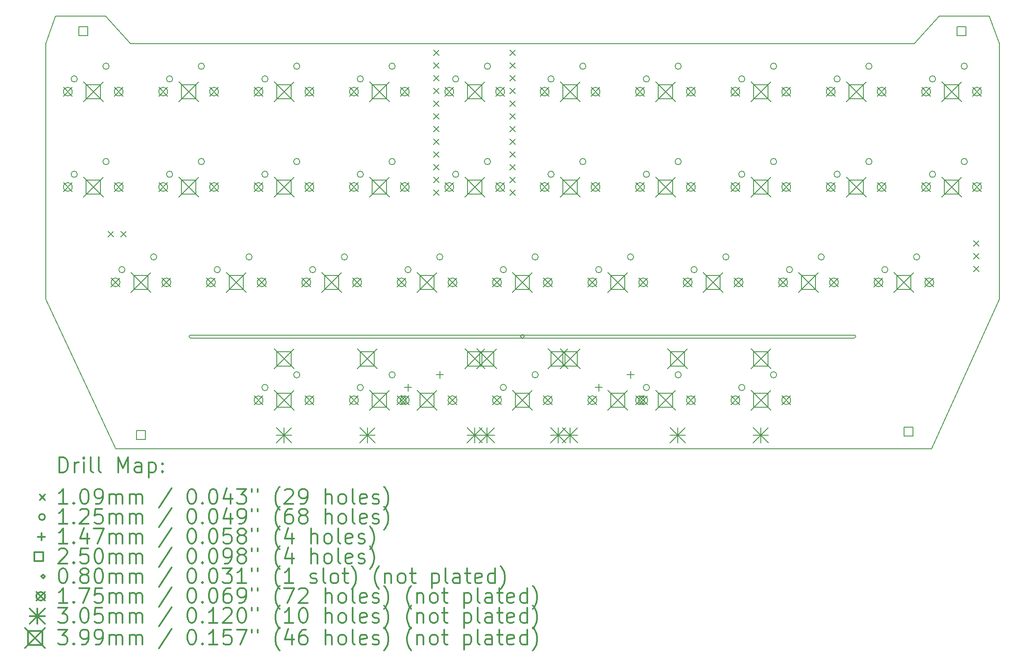
<source format=gbr>
%FSLAX45Y45*%
G04 Gerber Fmt 4.5, Leading zero omitted, Abs format (unit mm)*
G04 Created by KiCad (PCBNEW (5.1.9)-1) date 2022-03-23 20:51:27*
%MOMM*%
%LPD*%
G01*
G04 APERTURE LIST*
%TA.AperFunction,Profile*%
%ADD10C,0.200000*%
%TD*%
%ADD11C,0.200000*%
%ADD12C,0.300000*%
G04 APERTURE END LIST*
D10*
X1905000Y-1900000D02*
X1905000Y-7000000D01*
X3302000Y-9990000D02*
X19600000Y-9990000D01*
X2105000Y-1350000D02*
X3105000Y-1350000D01*
X20955000Y-1900000D02*
X20955000Y-7000000D01*
X1905000Y-7000000D02*
X3302000Y-9990000D01*
X19600000Y-9990000D02*
X20955000Y-7000000D01*
X1905000Y-1900000D02*
X2105000Y-1350000D01*
X3105000Y-1350000D02*
X3605000Y-1900000D01*
X20955000Y-1900000D02*
X20755000Y-1350000D01*
X19755000Y-1350000D02*
X20755000Y-1350000D01*
X19755000Y-1350000D02*
X19255000Y-1900000D01*
X3605000Y-1900000D02*
X19255000Y-1900000D01*
D11*
X3150870Y-5653110D02*
X3260090Y-5762330D01*
X3260090Y-5653110D02*
X3150870Y-5762330D01*
X3404870Y-5653110D02*
X3514090Y-5762330D01*
X3514090Y-5653110D02*
X3404870Y-5762330D01*
X9659620Y-2029460D02*
X9768840Y-2138680D01*
X9768840Y-2029460D02*
X9659620Y-2138680D01*
X9659620Y-2283460D02*
X9768840Y-2392680D01*
X9768840Y-2283460D02*
X9659620Y-2392680D01*
X9659620Y-2537460D02*
X9768840Y-2646680D01*
X9768840Y-2537460D02*
X9659620Y-2646680D01*
X9659620Y-2791460D02*
X9768840Y-2900680D01*
X9768840Y-2791460D02*
X9659620Y-2900680D01*
X9659620Y-3045460D02*
X9768840Y-3154680D01*
X9768840Y-3045460D02*
X9659620Y-3154680D01*
X9659620Y-3299460D02*
X9768840Y-3408680D01*
X9768840Y-3299460D02*
X9659620Y-3408680D01*
X9659620Y-3553460D02*
X9768840Y-3662680D01*
X9768840Y-3553460D02*
X9659620Y-3662680D01*
X9659620Y-3807460D02*
X9768840Y-3916680D01*
X9768840Y-3807460D02*
X9659620Y-3916680D01*
X9659620Y-4061460D02*
X9768840Y-4170680D01*
X9768840Y-4061460D02*
X9659620Y-4170680D01*
X9659620Y-4315460D02*
X9768840Y-4424680D01*
X9768840Y-4315460D02*
X9659620Y-4424680D01*
X9659620Y-4569460D02*
X9768840Y-4678680D01*
X9768840Y-4569460D02*
X9659620Y-4678680D01*
X9659620Y-4823460D02*
X9768840Y-4932680D01*
X9768840Y-4823460D02*
X9659620Y-4932680D01*
X11183620Y-2029460D02*
X11292840Y-2138680D01*
X11292840Y-2029460D02*
X11183620Y-2138680D01*
X11183620Y-2283460D02*
X11292840Y-2392680D01*
X11292840Y-2283460D02*
X11183620Y-2392680D01*
X11183620Y-2537460D02*
X11292840Y-2646680D01*
X11292840Y-2537460D02*
X11183620Y-2646680D01*
X11183620Y-2791460D02*
X11292840Y-2900680D01*
X11292840Y-2791460D02*
X11183620Y-2900680D01*
X11183620Y-3045460D02*
X11292840Y-3154680D01*
X11292840Y-3045460D02*
X11183620Y-3154680D01*
X11183620Y-3299460D02*
X11292840Y-3408680D01*
X11292840Y-3299460D02*
X11183620Y-3408680D01*
X11183620Y-3553460D02*
X11292840Y-3662680D01*
X11292840Y-3553460D02*
X11183620Y-3662680D01*
X11183620Y-3807460D02*
X11292840Y-3916680D01*
X11292840Y-3807460D02*
X11183620Y-3916680D01*
X11183620Y-4061460D02*
X11292840Y-4170680D01*
X11292840Y-4061460D02*
X11183620Y-4170680D01*
X11183620Y-4315460D02*
X11292840Y-4424680D01*
X11292840Y-4315460D02*
X11183620Y-4424680D01*
X11183620Y-4569460D02*
X11292840Y-4678680D01*
X11292840Y-4569460D02*
X11183620Y-4678680D01*
X11183620Y-4823460D02*
X11292840Y-4932680D01*
X11292840Y-4823460D02*
X11183620Y-4932680D01*
X20445390Y-5839460D02*
X20554610Y-5948680D01*
X20554610Y-5839460D02*
X20445390Y-5948680D01*
X20445390Y-6093460D02*
X20554610Y-6202680D01*
X20554610Y-6093460D02*
X20445390Y-6202680D01*
X20445390Y-6347460D02*
X20554610Y-6456680D01*
X20554610Y-6347460D02*
X20445390Y-6456680D01*
X2539000Y-2603500D02*
G75*
G03*
X2539000Y-2603500I-62500J0D01*
G01*
X2539000Y-4508500D02*
G75*
G03*
X2539000Y-4508500I-62500J0D01*
G01*
X3174000Y-2349500D02*
G75*
G03*
X3174000Y-2349500I-62500J0D01*
G01*
X3174000Y-4254500D02*
G75*
G03*
X3174000Y-4254500I-62500J0D01*
G01*
X3491500Y-6413500D02*
G75*
G03*
X3491500Y-6413500I-62500J0D01*
G01*
X4126500Y-6159500D02*
G75*
G03*
X4126500Y-6159500I-62500J0D01*
G01*
X4444000Y-2603500D02*
G75*
G03*
X4444000Y-2603500I-62500J0D01*
G01*
X4444000Y-4508500D02*
G75*
G03*
X4444000Y-4508500I-62500J0D01*
G01*
X5079000Y-2349500D02*
G75*
G03*
X5079000Y-2349500I-62500J0D01*
G01*
X5079000Y-4254500D02*
G75*
G03*
X5079000Y-4254500I-62500J0D01*
G01*
X5396500Y-6413500D02*
G75*
G03*
X5396500Y-6413500I-62500J0D01*
G01*
X6031500Y-6159500D02*
G75*
G03*
X6031500Y-6159500I-62500J0D01*
G01*
X6349000Y-2603500D02*
G75*
G03*
X6349000Y-2603500I-62500J0D01*
G01*
X6349000Y-4508500D02*
G75*
G03*
X6349000Y-4508500I-62500J0D01*
G01*
X6349000Y-8768500D02*
G75*
G03*
X6349000Y-8768500I-62500J0D01*
G01*
X6984000Y-2349500D02*
G75*
G03*
X6984000Y-2349500I-62500J0D01*
G01*
X6984000Y-4254500D02*
G75*
G03*
X6984000Y-4254500I-62500J0D01*
G01*
X6984000Y-8514500D02*
G75*
G03*
X6984000Y-8514500I-62500J0D01*
G01*
X7301500Y-6413500D02*
G75*
G03*
X7301500Y-6413500I-62500J0D01*
G01*
X7936500Y-6159500D02*
G75*
G03*
X7936500Y-6159500I-62500J0D01*
G01*
X8254000Y-2603500D02*
G75*
G03*
X8254000Y-2603500I-62500J0D01*
G01*
X8254000Y-4508500D02*
G75*
G03*
X8254000Y-4508500I-62500J0D01*
G01*
X8254000Y-8768500D02*
G75*
G03*
X8254000Y-8768500I-62500J0D01*
G01*
X8889000Y-2349500D02*
G75*
G03*
X8889000Y-2349500I-62500J0D01*
G01*
X8889000Y-4254500D02*
G75*
G03*
X8889000Y-4254500I-62500J0D01*
G01*
X8889000Y-8514500D02*
G75*
G03*
X8889000Y-8514500I-62500J0D01*
G01*
X9206500Y-6413500D02*
G75*
G03*
X9206500Y-6413500I-62500J0D01*
G01*
X9841500Y-6159500D02*
G75*
G03*
X9841500Y-6159500I-62500J0D01*
G01*
X10159000Y-2603500D02*
G75*
G03*
X10159000Y-2603500I-62500J0D01*
G01*
X10159000Y-4508500D02*
G75*
G03*
X10159000Y-4508500I-62500J0D01*
G01*
X10794000Y-2349500D02*
G75*
G03*
X10794000Y-2349500I-62500J0D01*
G01*
X10794000Y-4254500D02*
G75*
G03*
X10794000Y-4254500I-62500J0D01*
G01*
X11111500Y-6413500D02*
G75*
G03*
X11111500Y-6413500I-62500J0D01*
G01*
X11111500Y-8768500D02*
G75*
G03*
X11111500Y-8768500I-62500J0D01*
G01*
X11746500Y-6159500D02*
G75*
G03*
X11746500Y-6159500I-62500J0D01*
G01*
X11746500Y-8514500D02*
G75*
G03*
X11746500Y-8514500I-62500J0D01*
G01*
X12064000Y-2603500D02*
G75*
G03*
X12064000Y-2603500I-62500J0D01*
G01*
X12064000Y-4508500D02*
G75*
G03*
X12064000Y-4508500I-62500J0D01*
G01*
X12699000Y-2349500D02*
G75*
G03*
X12699000Y-2349500I-62500J0D01*
G01*
X12699000Y-4254500D02*
G75*
G03*
X12699000Y-4254500I-62500J0D01*
G01*
X13016500Y-6413500D02*
G75*
G03*
X13016500Y-6413500I-62500J0D01*
G01*
X13651500Y-6159500D02*
G75*
G03*
X13651500Y-6159500I-62500J0D01*
G01*
X13969000Y-2603500D02*
G75*
G03*
X13969000Y-2603500I-62500J0D01*
G01*
X13969000Y-4508500D02*
G75*
G03*
X13969000Y-4508500I-62500J0D01*
G01*
X13969000Y-8768500D02*
G75*
G03*
X13969000Y-8768500I-62500J0D01*
G01*
X14604000Y-2349500D02*
G75*
G03*
X14604000Y-2349500I-62500J0D01*
G01*
X14604000Y-4254500D02*
G75*
G03*
X14604000Y-4254500I-62500J0D01*
G01*
X14604000Y-8514500D02*
G75*
G03*
X14604000Y-8514500I-62500J0D01*
G01*
X14921500Y-6413500D02*
G75*
G03*
X14921500Y-6413500I-62500J0D01*
G01*
X15556500Y-6159500D02*
G75*
G03*
X15556500Y-6159500I-62500J0D01*
G01*
X15874000Y-2603500D02*
G75*
G03*
X15874000Y-2603500I-62500J0D01*
G01*
X15874000Y-4508500D02*
G75*
G03*
X15874000Y-4508500I-62500J0D01*
G01*
X15874000Y-8768500D02*
G75*
G03*
X15874000Y-8768500I-62500J0D01*
G01*
X16509000Y-2349500D02*
G75*
G03*
X16509000Y-2349500I-62500J0D01*
G01*
X16509000Y-4254500D02*
G75*
G03*
X16509000Y-4254500I-62500J0D01*
G01*
X16509000Y-8514500D02*
G75*
G03*
X16509000Y-8514500I-62500J0D01*
G01*
X16826500Y-6413500D02*
G75*
G03*
X16826500Y-6413500I-62500J0D01*
G01*
X17461500Y-6159500D02*
G75*
G03*
X17461500Y-6159500I-62500J0D01*
G01*
X17779000Y-2603500D02*
G75*
G03*
X17779000Y-2603500I-62500J0D01*
G01*
X17779000Y-4508500D02*
G75*
G03*
X17779000Y-4508500I-62500J0D01*
G01*
X18414000Y-2349500D02*
G75*
G03*
X18414000Y-2349500I-62500J0D01*
G01*
X18414000Y-4254500D02*
G75*
G03*
X18414000Y-4254500I-62500J0D01*
G01*
X18731500Y-6413500D02*
G75*
G03*
X18731500Y-6413500I-62500J0D01*
G01*
X19366500Y-6159500D02*
G75*
G03*
X19366500Y-6159500I-62500J0D01*
G01*
X19684000Y-2603500D02*
G75*
G03*
X19684000Y-2603500I-62500J0D01*
G01*
X19684000Y-4508500D02*
G75*
G03*
X19684000Y-4508500I-62500J0D01*
G01*
X20319000Y-2349500D02*
G75*
G03*
X20319000Y-2349500I-62500J0D01*
G01*
X20319000Y-4254500D02*
G75*
G03*
X20319000Y-4254500I-62500J0D01*
G01*
X9144000Y-8695000D02*
X9144000Y-8842000D01*
X9070500Y-8768500D02*
X9217500Y-8768500D01*
X9779000Y-8441000D02*
X9779000Y-8588000D01*
X9705500Y-8514500D02*
X9852500Y-8514500D01*
X12954000Y-8695000D02*
X12954000Y-8842000D01*
X12880500Y-8768500D02*
X13027500Y-8768500D01*
X13589000Y-8441000D02*
X13589000Y-8588000D01*
X13515500Y-8514500D02*
X13662500Y-8514500D01*
X2745889Y-1738389D02*
X2745889Y-1561611D01*
X2569111Y-1561611D01*
X2569111Y-1738389D01*
X2745889Y-1738389D01*
X3899659Y-9807699D02*
X3899659Y-9630921D01*
X3722881Y-9630921D01*
X3722881Y-9807699D01*
X3899659Y-9807699D01*
X19233639Y-9736579D02*
X19233639Y-9559801D01*
X19056861Y-9559801D01*
X19056861Y-9736579D01*
X19233639Y-9736579D01*
X20290889Y-1738389D02*
X20290889Y-1561611D01*
X20114111Y-1561611D01*
X20114111Y-1738389D01*
X20290889Y-1738389D01*
X11430000Y-7790000D02*
X11470000Y-7750000D01*
X11430000Y-7710000D01*
X11390000Y-7750000D01*
X11430000Y-7790000D01*
X4802500Y-7780000D02*
X18057500Y-7780000D01*
X4802500Y-7720000D02*
X18057500Y-7720000D01*
X18057500Y-7780000D02*
G75*
G03*
X18057500Y-7720000I0J30000D01*
G01*
X4802500Y-7720000D02*
G75*
G03*
X4802500Y-7780000I0J-30000D01*
G01*
X2262000Y-2770000D02*
X2437000Y-2945000D01*
X2437000Y-2770000D02*
X2262000Y-2945000D01*
X2437000Y-2857500D02*
G75*
G03*
X2437000Y-2857500I-87500J0D01*
G01*
X2262000Y-4675000D02*
X2437000Y-4850000D01*
X2437000Y-4675000D02*
X2262000Y-4850000D01*
X2437000Y-4762500D02*
G75*
G03*
X2437000Y-4762500I-87500J0D01*
G01*
X3214500Y-6580000D02*
X3389500Y-6755000D01*
X3389500Y-6580000D02*
X3214500Y-6755000D01*
X3389500Y-6667500D02*
G75*
G03*
X3389500Y-6667500I-87500J0D01*
G01*
X3278000Y-2770000D02*
X3453000Y-2945000D01*
X3453000Y-2770000D02*
X3278000Y-2945000D01*
X3453000Y-2857500D02*
G75*
G03*
X3453000Y-2857500I-87500J0D01*
G01*
X3278000Y-4675000D02*
X3453000Y-4850000D01*
X3453000Y-4675000D02*
X3278000Y-4850000D01*
X3453000Y-4762500D02*
G75*
G03*
X3453000Y-4762500I-87500J0D01*
G01*
X4167000Y-2770000D02*
X4342000Y-2945000D01*
X4342000Y-2770000D02*
X4167000Y-2945000D01*
X4342000Y-2857500D02*
G75*
G03*
X4342000Y-2857500I-87500J0D01*
G01*
X4167000Y-4675000D02*
X4342000Y-4850000D01*
X4342000Y-4675000D02*
X4167000Y-4850000D01*
X4342000Y-4762500D02*
G75*
G03*
X4342000Y-4762500I-87500J0D01*
G01*
X4230500Y-6580000D02*
X4405500Y-6755000D01*
X4405500Y-6580000D02*
X4230500Y-6755000D01*
X4405500Y-6667500D02*
G75*
G03*
X4405500Y-6667500I-87500J0D01*
G01*
X5119500Y-6580000D02*
X5294500Y-6755000D01*
X5294500Y-6580000D02*
X5119500Y-6755000D01*
X5294500Y-6667500D02*
G75*
G03*
X5294500Y-6667500I-87500J0D01*
G01*
X5183000Y-2770000D02*
X5358000Y-2945000D01*
X5358000Y-2770000D02*
X5183000Y-2945000D01*
X5358000Y-2857500D02*
G75*
G03*
X5358000Y-2857500I-87500J0D01*
G01*
X5183000Y-4675000D02*
X5358000Y-4850000D01*
X5358000Y-4675000D02*
X5183000Y-4850000D01*
X5358000Y-4762500D02*
G75*
G03*
X5358000Y-4762500I-87500J0D01*
G01*
X6072000Y-2770000D02*
X6247000Y-2945000D01*
X6247000Y-2770000D02*
X6072000Y-2945000D01*
X6247000Y-2857500D02*
G75*
G03*
X6247000Y-2857500I-87500J0D01*
G01*
X6072000Y-4675000D02*
X6247000Y-4850000D01*
X6247000Y-4675000D02*
X6072000Y-4850000D01*
X6247000Y-4762500D02*
G75*
G03*
X6247000Y-4762500I-87500J0D01*
G01*
X6072000Y-8935000D02*
X6247000Y-9110000D01*
X6247000Y-8935000D02*
X6072000Y-9110000D01*
X6247000Y-9022500D02*
G75*
G03*
X6247000Y-9022500I-87500J0D01*
G01*
X6135500Y-6580000D02*
X6310500Y-6755000D01*
X6310500Y-6580000D02*
X6135500Y-6755000D01*
X6310500Y-6667500D02*
G75*
G03*
X6310500Y-6667500I-87500J0D01*
G01*
X7024500Y-6580000D02*
X7199500Y-6755000D01*
X7199500Y-6580000D02*
X7024500Y-6755000D01*
X7199500Y-6667500D02*
G75*
G03*
X7199500Y-6667500I-87500J0D01*
G01*
X7088000Y-2770000D02*
X7263000Y-2945000D01*
X7263000Y-2770000D02*
X7088000Y-2945000D01*
X7263000Y-2857500D02*
G75*
G03*
X7263000Y-2857500I-87500J0D01*
G01*
X7088000Y-4675000D02*
X7263000Y-4850000D01*
X7263000Y-4675000D02*
X7088000Y-4850000D01*
X7263000Y-4762500D02*
G75*
G03*
X7263000Y-4762500I-87500J0D01*
G01*
X7088000Y-8935000D02*
X7263000Y-9110000D01*
X7263000Y-8935000D02*
X7088000Y-9110000D01*
X7263000Y-9022500D02*
G75*
G03*
X7263000Y-9022500I-87500J0D01*
G01*
X7977000Y-2770000D02*
X8152000Y-2945000D01*
X8152000Y-2770000D02*
X7977000Y-2945000D01*
X8152000Y-2857500D02*
G75*
G03*
X8152000Y-2857500I-87500J0D01*
G01*
X7977000Y-4675000D02*
X8152000Y-4850000D01*
X8152000Y-4675000D02*
X7977000Y-4850000D01*
X8152000Y-4762500D02*
G75*
G03*
X8152000Y-4762500I-87500J0D01*
G01*
X7977000Y-8935000D02*
X8152000Y-9110000D01*
X8152000Y-8935000D02*
X7977000Y-9110000D01*
X8152000Y-9022500D02*
G75*
G03*
X8152000Y-9022500I-87500J0D01*
G01*
X8040500Y-6580000D02*
X8215500Y-6755000D01*
X8215500Y-6580000D02*
X8040500Y-6755000D01*
X8215500Y-6667500D02*
G75*
G03*
X8215500Y-6667500I-87500J0D01*
G01*
X8929500Y-6580000D02*
X9104500Y-6755000D01*
X9104500Y-6580000D02*
X8929500Y-6755000D01*
X9104500Y-6667500D02*
G75*
G03*
X9104500Y-6667500I-87500J0D01*
G01*
X8929500Y-8935000D02*
X9104500Y-9110000D01*
X9104500Y-8935000D02*
X8929500Y-9110000D01*
X9104500Y-9022500D02*
G75*
G03*
X9104500Y-9022500I-87500J0D01*
G01*
X8993000Y-2770000D02*
X9168000Y-2945000D01*
X9168000Y-2770000D02*
X8993000Y-2945000D01*
X9168000Y-2857500D02*
G75*
G03*
X9168000Y-2857500I-87500J0D01*
G01*
X8993000Y-4675000D02*
X9168000Y-4850000D01*
X9168000Y-4675000D02*
X8993000Y-4850000D01*
X9168000Y-4762500D02*
G75*
G03*
X9168000Y-4762500I-87500J0D01*
G01*
X8993000Y-8935000D02*
X9168000Y-9110000D01*
X9168000Y-8935000D02*
X8993000Y-9110000D01*
X9168000Y-9022500D02*
G75*
G03*
X9168000Y-9022500I-87500J0D01*
G01*
X9882000Y-2770000D02*
X10057000Y-2945000D01*
X10057000Y-2770000D02*
X9882000Y-2945000D01*
X10057000Y-2857500D02*
G75*
G03*
X10057000Y-2857500I-87500J0D01*
G01*
X9882000Y-4675000D02*
X10057000Y-4850000D01*
X10057000Y-4675000D02*
X9882000Y-4850000D01*
X10057000Y-4762500D02*
G75*
G03*
X10057000Y-4762500I-87500J0D01*
G01*
X9945500Y-6580000D02*
X10120500Y-6755000D01*
X10120500Y-6580000D02*
X9945500Y-6755000D01*
X10120500Y-6667500D02*
G75*
G03*
X10120500Y-6667500I-87500J0D01*
G01*
X9945500Y-8935000D02*
X10120500Y-9110000D01*
X10120500Y-8935000D02*
X9945500Y-9110000D01*
X10120500Y-9022500D02*
G75*
G03*
X10120500Y-9022500I-87500J0D01*
G01*
X10834500Y-6580000D02*
X11009500Y-6755000D01*
X11009500Y-6580000D02*
X10834500Y-6755000D01*
X11009500Y-6667500D02*
G75*
G03*
X11009500Y-6667500I-87500J0D01*
G01*
X10834500Y-8935000D02*
X11009500Y-9110000D01*
X11009500Y-8935000D02*
X10834500Y-9110000D01*
X11009500Y-9022500D02*
G75*
G03*
X11009500Y-9022500I-87500J0D01*
G01*
X10898000Y-2770000D02*
X11073000Y-2945000D01*
X11073000Y-2770000D02*
X10898000Y-2945000D01*
X11073000Y-2857500D02*
G75*
G03*
X11073000Y-2857500I-87500J0D01*
G01*
X10898000Y-4675000D02*
X11073000Y-4850000D01*
X11073000Y-4675000D02*
X10898000Y-4850000D01*
X11073000Y-4762500D02*
G75*
G03*
X11073000Y-4762500I-87500J0D01*
G01*
X11787000Y-2770000D02*
X11962000Y-2945000D01*
X11962000Y-2770000D02*
X11787000Y-2945000D01*
X11962000Y-2857500D02*
G75*
G03*
X11962000Y-2857500I-87500J0D01*
G01*
X11787000Y-4675000D02*
X11962000Y-4850000D01*
X11962000Y-4675000D02*
X11787000Y-4850000D01*
X11962000Y-4762500D02*
G75*
G03*
X11962000Y-4762500I-87500J0D01*
G01*
X11850500Y-6580000D02*
X12025500Y-6755000D01*
X12025500Y-6580000D02*
X11850500Y-6755000D01*
X12025500Y-6667500D02*
G75*
G03*
X12025500Y-6667500I-87500J0D01*
G01*
X11850500Y-8935000D02*
X12025500Y-9110000D01*
X12025500Y-8935000D02*
X11850500Y-9110000D01*
X12025500Y-9022500D02*
G75*
G03*
X12025500Y-9022500I-87500J0D01*
G01*
X12739500Y-6580000D02*
X12914500Y-6755000D01*
X12914500Y-6580000D02*
X12739500Y-6755000D01*
X12914500Y-6667500D02*
G75*
G03*
X12914500Y-6667500I-87500J0D01*
G01*
X12739500Y-8935000D02*
X12914500Y-9110000D01*
X12914500Y-8935000D02*
X12739500Y-9110000D01*
X12914500Y-9022500D02*
G75*
G03*
X12914500Y-9022500I-87500J0D01*
G01*
X12803000Y-2770000D02*
X12978000Y-2945000D01*
X12978000Y-2770000D02*
X12803000Y-2945000D01*
X12978000Y-2857500D02*
G75*
G03*
X12978000Y-2857500I-87500J0D01*
G01*
X12803000Y-4675000D02*
X12978000Y-4850000D01*
X12978000Y-4675000D02*
X12803000Y-4850000D01*
X12978000Y-4762500D02*
G75*
G03*
X12978000Y-4762500I-87500J0D01*
G01*
X13692000Y-2770000D02*
X13867000Y-2945000D01*
X13867000Y-2770000D02*
X13692000Y-2945000D01*
X13867000Y-2857500D02*
G75*
G03*
X13867000Y-2857500I-87500J0D01*
G01*
X13692000Y-4675000D02*
X13867000Y-4850000D01*
X13867000Y-4675000D02*
X13692000Y-4850000D01*
X13867000Y-4762500D02*
G75*
G03*
X13867000Y-4762500I-87500J0D01*
G01*
X13692000Y-8935000D02*
X13867000Y-9110000D01*
X13867000Y-8935000D02*
X13692000Y-9110000D01*
X13867000Y-9022500D02*
G75*
G03*
X13867000Y-9022500I-87500J0D01*
G01*
X13755500Y-6580000D02*
X13930500Y-6755000D01*
X13930500Y-6580000D02*
X13755500Y-6755000D01*
X13930500Y-6667500D02*
G75*
G03*
X13930500Y-6667500I-87500J0D01*
G01*
X13755500Y-8935000D02*
X13930500Y-9110000D01*
X13930500Y-8935000D02*
X13755500Y-9110000D01*
X13930500Y-9022500D02*
G75*
G03*
X13930500Y-9022500I-87500J0D01*
G01*
X14644500Y-6580000D02*
X14819500Y-6755000D01*
X14819500Y-6580000D02*
X14644500Y-6755000D01*
X14819500Y-6667500D02*
G75*
G03*
X14819500Y-6667500I-87500J0D01*
G01*
X14708000Y-2770000D02*
X14883000Y-2945000D01*
X14883000Y-2770000D02*
X14708000Y-2945000D01*
X14883000Y-2857500D02*
G75*
G03*
X14883000Y-2857500I-87500J0D01*
G01*
X14708000Y-4675000D02*
X14883000Y-4850000D01*
X14883000Y-4675000D02*
X14708000Y-4850000D01*
X14883000Y-4762500D02*
G75*
G03*
X14883000Y-4762500I-87500J0D01*
G01*
X14708000Y-8935000D02*
X14883000Y-9110000D01*
X14883000Y-8935000D02*
X14708000Y-9110000D01*
X14883000Y-9022500D02*
G75*
G03*
X14883000Y-9022500I-87500J0D01*
G01*
X15597000Y-2770000D02*
X15772000Y-2945000D01*
X15772000Y-2770000D02*
X15597000Y-2945000D01*
X15772000Y-2857500D02*
G75*
G03*
X15772000Y-2857500I-87500J0D01*
G01*
X15597000Y-4675000D02*
X15772000Y-4850000D01*
X15772000Y-4675000D02*
X15597000Y-4850000D01*
X15772000Y-4762500D02*
G75*
G03*
X15772000Y-4762500I-87500J0D01*
G01*
X15597000Y-8935000D02*
X15772000Y-9110000D01*
X15772000Y-8935000D02*
X15597000Y-9110000D01*
X15772000Y-9022500D02*
G75*
G03*
X15772000Y-9022500I-87500J0D01*
G01*
X15660500Y-6580000D02*
X15835500Y-6755000D01*
X15835500Y-6580000D02*
X15660500Y-6755000D01*
X15835500Y-6667500D02*
G75*
G03*
X15835500Y-6667500I-87500J0D01*
G01*
X16549500Y-6580000D02*
X16724500Y-6755000D01*
X16724500Y-6580000D02*
X16549500Y-6755000D01*
X16724500Y-6667500D02*
G75*
G03*
X16724500Y-6667500I-87500J0D01*
G01*
X16613000Y-2770000D02*
X16788000Y-2945000D01*
X16788000Y-2770000D02*
X16613000Y-2945000D01*
X16788000Y-2857500D02*
G75*
G03*
X16788000Y-2857500I-87500J0D01*
G01*
X16613000Y-4675000D02*
X16788000Y-4850000D01*
X16788000Y-4675000D02*
X16613000Y-4850000D01*
X16788000Y-4762500D02*
G75*
G03*
X16788000Y-4762500I-87500J0D01*
G01*
X16613000Y-8935000D02*
X16788000Y-9110000D01*
X16788000Y-8935000D02*
X16613000Y-9110000D01*
X16788000Y-9022500D02*
G75*
G03*
X16788000Y-9022500I-87500J0D01*
G01*
X17502000Y-2770000D02*
X17677000Y-2945000D01*
X17677000Y-2770000D02*
X17502000Y-2945000D01*
X17677000Y-2857500D02*
G75*
G03*
X17677000Y-2857500I-87500J0D01*
G01*
X17502000Y-4675000D02*
X17677000Y-4850000D01*
X17677000Y-4675000D02*
X17502000Y-4850000D01*
X17677000Y-4762500D02*
G75*
G03*
X17677000Y-4762500I-87500J0D01*
G01*
X17565500Y-6580000D02*
X17740500Y-6755000D01*
X17740500Y-6580000D02*
X17565500Y-6755000D01*
X17740500Y-6667500D02*
G75*
G03*
X17740500Y-6667500I-87500J0D01*
G01*
X18454500Y-6580000D02*
X18629500Y-6755000D01*
X18629500Y-6580000D02*
X18454500Y-6755000D01*
X18629500Y-6667500D02*
G75*
G03*
X18629500Y-6667500I-87500J0D01*
G01*
X18518000Y-2770000D02*
X18693000Y-2945000D01*
X18693000Y-2770000D02*
X18518000Y-2945000D01*
X18693000Y-2857500D02*
G75*
G03*
X18693000Y-2857500I-87500J0D01*
G01*
X18518000Y-4675000D02*
X18693000Y-4850000D01*
X18693000Y-4675000D02*
X18518000Y-4850000D01*
X18693000Y-4762500D02*
G75*
G03*
X18693000Y-4762500I-87500J0D01*
G01*
X19407000Y-2770000D02*
X19582000Y-2945000D01*
X19582000Y-2770000D02*
X19407000Y-2945000D01*
X19582000Y-2857500D02*
G75*
G03*
X19582000Y-2857500I-87500J0D01*
G01*
X19407000Y-4675000D02*
X19582000Y-4850000D01*
X19582000Y-4675000D02*
X19407000Y-4850000D01*
X19582000Y-4762500D02*
G75*
G03*
X19582000Y-4762500I-87500J0D01*
G01*
X19470500Y-6580000D02*
X19645500Y-6755000D01*
X19645500Y-6580000D02*
X19470500Y-6755000D01*
X19645500Y-6667500D02*
G75*
G03*
X19645500Y-6667500I-87500J0D01*
G01*
X20423000Y-2770000D02*
X20598000Y-2945000D01*
X20598000Y-2770000D02*
X20423000Y-2945000D01*
X20598000Y-2857500D02*
G75*
G03*
X20598000Y-2857500I-87500J0D01*
G01*
X20423000Y-4675000D02*
X20598000Y-4850000D01*
X20598000Y-4675000D02*
X20423000Y-4850000D01*
X20598000Y-4762500D02*
G75*
G03*
X20598000Y-4762500I-87500J0D01*
G01*
X6515100Y-9568600D02*
X6819900Y-9873400D01*
X6819900Y-9568600D02*
X6515100Y-9873400D01*
X6667500Y-9568600D02*
X6667500Y-9873400D01*
X6515100Y-9721000D02*
X6819900Y-9721000D01*
X6515100Y-9568600D02*
X6819900Y-9873400D01*
X6819900Y-9568600D02*
X6515100Y-9873400D01*
X6667500Y-9568600D02*
X6667500Y-9873400D01*
X6515100Y-9721000D02*
X6819900Y-9721000D01*
X8178800Y-9568600D02*
X8483600Y-9873400D01*
X8483600Y-9568600D02*
X8178800Y-9873400D01*
X8331200Y-9568600D02*
X8331200Y-9873400D01*
X8178800Y-9721000D02*
X8483600Y-9721000D01*
X10325100Y-9568600D02*
X10629900Y-9873400D01*
X10629900Y-9568600D02*
X10325100Y-9873400D01*
X10477500Y-9568600D02*
X10477500Y-9873400D01*
X10325100Y-9721000D02*
X10629900Y-9721000D01*
X10566400Y-9568600D02*
X10871200Y-9873400D01*
X10871200Y-9568600D02*
X10566400Y-9873400D01*
X10718800Y-9568600D02*
X10718800Y-9873400D01*
X10566400Y-9721000D02*
X10871200Y-9721000D01*
X11988800Y-9568600D02*
X12293600Y-9873400D01*
X12293600Y-9568600D02*
X11988800Y-9873400D01*
X12141200Y-9568600D02*
X12141200Y-9873400D01*
X11988800Y-9721000D02*
X12293600Y-9721000D01*
X12230100Y-9568600D02*
X12534900Y-9873400D01*
X12534900Y-9568600D02*
X12230100Y-9873400D01*
X12382500Y-9568600D02*
X12382500Y-9873400D01*
X12230100Y-9721000D02*
X12534900Y-9721000D01*
X14376400Y-9568600D02*
X14681200Y-9873400D01*
X14681200Y-9568600D02*
X14376400Y-9873400D01*
X14528800Y-9568600D02*
X14528800Y-9873400D01*
X14376400Y-9721000D02*
X14681200Y-9721000D01*
X16040100Y-9568600D02*
X16344900Y-9873400D01*
X16344900Y-9568600D02*
X16040100Y-9873400D01*
X16192500Y-9568600D02*
X16192500Y-9873400D01*
X16040100Y-9721000D02*
X16344900Y-9721000D01*
X16040100Y-9568600D02*
X16344900Y-9873400D01*
X16344900Y-9568600D02*
X16040100Y-9873400D01*
X16192500Y-9568600D02*
X16192500Y-9873400D01*
X16040100Y-9721000D02*
X16344900Y-9721000D01*
X2658110Y-2658110D02*
X3056890Y-3056890D01*
X3056890Y-2658110D02*
X2658110Y-3056890D01*
X2998491Y-2998491D02*
X2998491Y-2716509D01*
X2716509Y-2716509D01*
X2716509Y-2998491D01*
X2998491Y-2998491D01*
X2658110Y-4563110D02*
X3056890Y-4961890D01*
X3056890Y-4563110D02*
X2658110Y-4961890D01*
X2998491Y-4903491D02*
X2998491Y-4621509D01*
X2716509Y-4621509D01*
X2716509Y-4903491D01*
X2998491Y-4903491D01*
X3610610Y-6468110D02*
X4009390Y-6866890D01*
X4009390Y-6468110D02*
X3610610Y-6866890D01*
X3950991Y-6808491D02*
X3950991Y-6526509D01*
X3669009Y-6526509D01*
X3669009Y-6808491D01*
X3950991Y-6808491D01*
X4563110Y-2658110D02*
X4961890Y-3056890D01*
X4961890Y-2658110D02*
X4563110Y-3056890D01*
X4903491Y-2998491D02*
X4903491Y-2716509D01*
X4621509Y-2716509D01*
X4621509Y-2998491D01*
X4903491Y-2998491D01*
X4563110Y-4563110D02*
X4961890Y-4961890D01*
X4961890Y-4563110D02*
X4563110Y-4961890D01*
X4903491Y-4903491D02*
X4903491Y-4621509D01*
X4621509Y-4621509D01*
X4621509Y-4903491D01*
X4903491Y-4903491D01*
X5515610Y-6468110D02*
X5914390Y-6866890D01*
X5914390Y-6468110D02*
X5515610Y-6866890D01*
X5855991Y-6808491D02*
X5855991Y-6526509D01*
X5574009Y-6526509D01*
X5574009Y-6808491D01*
X5855991Y-6808491D01*
X6468110Y-2658110D02*
X6866890Y-3056890D01*
X6866890Y-2658110D02*
X6468110Y-3056890D01*
X6808491Y-2998491D02*
X6808491Y-2716509D01*
X6526509Y-2716509D01*
X6526509Y-2998491D01*
X6808491Y-2998491D01*
X6468110Y-4563110D02*
X6866890Y-4961890D01*
X6866890Y-4563110D02*
X6468110Y-4961890D01*
X6808491Y-4903491D02*
X6808491Y-4621509D01*
X6526509Y-4621509D01*
X6526509Y-4903491D01*
X6808491Y-4903491D01*
X6468110Y-7997610D02*
X6866890Y-8396390D01*
X6866890Y-7997610D02*
X6468110Y-8396390D01*
X6808491Y-8337991D02*
X6808491Y-8056009D01*
X6526509Y-8056009D01*
X6526509Y-8337991D01*
X6808491Y-8337991D01*
X6468110Y-7997610D02*
X6866890Y-8396390D01*
X6866890Y-7997610D02*
X6468110Y-8396390D01*
X6808491Y-8337991D02*
X6808491Y-8056009D01*
X6526509Y-8056009D01*
X6526509Y-8337991D01*
X6808491Y-8337991D01*
X6468110Y-8823110D02*
X6866890Y-9221890D01*
X6866890Y-8823110D02*
X6468110Y-9221890D01*
X6808491Y-9163491D02*
X6808491Y-8881509D01*
X6526509Y-8881509D01*
X6526509Y-9163491D01*
X6808491Y-9163491D01*
X7420610Y-6468110D02*
X7819390Y-6866890D01*
X7819390Y-6468110D02*
X7420610Y-6866890D01*
X7760991Y-6808491D02*
X7760991Y-6526509D01*
X7479009Y-6526509D01*
X7479009Y-6808491D01*
X7760991Y-6808491D01*
X8131810Y-7997610D02*
X8530590Y-8396390D01*
X8530590Y-7997610D02*
X8131810Y-8396390D01*
X8472191Y-8337991D02*
X8472191Y-8056009D01*
X8190209Y-8056009D01*
X8190209Y-8337991D01*
X8472191Y-8337991D01*
X8373110Y-2658110D02*
X8771890Y-3056890D01*
X8771890Y-2658110D02*
X8373110Y-3056890D01*
X8713491Y-2998491D02*
X8713491Y-2716509D01*
X8431509Y-2716509D01*
X8431509Y-2998491D01*
X8713491Y-2998491D01*
X8373110Y-4563110D02*
X8771890Y-4961890D01*
X8771890Y-4563110D02*
X8373110Y-4961890D01*
X8713491Y-4903491D02*
X8713491Y-4621509D01*
X8431509Y-4621509D01*
X8431509Y-4903491D01*
X8713491Y-4903491D01*
X8373110Y-8823110D02*
X8771890Y-9221890D01*
X8771890Y-8823110D02*
X8373110Y-9221890D01*
X8713491Y-9163491D02*
X8713491Y-8881509D01*
X8431509Y-8881509D01*
X8431509Y-9163491D01*
X8713491Y-9163491D01*
X9325610Y-6468110D02*
X9724390Y-6866890D01*
X9724390Y-6468110D02*
X9325610Y-6866890D01*
X9665991Y-6808491D02*
X9665991Y-6526509D01*
X9384009Y-6526509D01*
X9384009Y-6808491D01*
X9665991Y-6808491D01*
X9325610Y-8823110D02*
X9724390Y-9221890D01*
X9724390Y-8823110D02*
X9325610Y-9221890D01*
X9665991Y-9163491D02*
X9665991Y-8881509D01*
X9384009Y-8881509D01*
X9384009Y-9163491D01*
X9665991Y-9163491D01*
X10278110Y-2658110D02*
X10676890Y-3056890D01*
X10676890Y-2658110D02*
X10278110Y-3056890D01*
X10618491Y-2998491D02*
X10618491Y-2716509D01*
X10336509Y-2716509D01*
X10336509Y-2998491D01*
X10618491Y-2998491D01*
X10278110Y-4563110D02*
X10676890Y-4961890D01*
X10676890Y-4563110D02*
X10278110Y-4961890D01*
X10618491Y-4903491D02*
X10618491Y-4621509D01*
X10336509Y-4621509D01*
X10336509Y-4903491D01*
X10618491Y-4903491D01*
X10278110Y-7997610D02*
X10676890Y-8396390D01*
X10676890Y-7997610D02*
X10278110Y-8396390D01*
X10618491Y-8337991D02*
X10618491Y-8056009D01*
X10336509Y-8056009D01*
X10336509Y-8337991D01*
X10618491Y-8337991D01*
X10519410Y-7997610D02*
X10918190Y-8396390D01*
X10918190Y-7997610D02*
X10519410Y-8396390D01*
X10859791Y-8337991D02*
X10859791Y-8056009D01*
X10577809Y-8056009D01*
X10577809Y-8337991D01*
X10859791Y-8337991D01*
X11230610Y-6468110D02*
X11629390Y-6866890D01*
X11629390Y-6468110D02*
X11230610Y-6866890D01*
X11570991Y-6808491D02*
X11570991Y-6526509D01*
X11289009Y-6526509D01*
X11289009Y-6808491D01*
X11570991Y-6808491D01*
X11230610Y-8823110D02*
X11629390Y-9221890D01*
X11629390Y-8823110D02*
X11230610Y-9221890D01*
X11570991Y-9163491D02*
X11570991Y-8881509D01*
X11289009Y-8881509D01*
X11289009Y-9163491D01*
X11570991Y-9163491D01*
X11941810Y-7997610D02*
X12340590Y-8396390D01*
X12340590Y-7997610D02*
X11941810Y-8396390D01*
X12282191Y-8337991D02*
X12282191Y-8056009D01*
X12000209Y-8056009D01*
X12000209Y-8337991D01*
X12282191Y-8337991D01*
X12183110Y-2658110D02*
X12581890Y-3056890D01*
X12581890Y-2658110D02*
X12183110Y-3056890D01*
X12523491Y-2998491D02*
X12523491Y-2716509D01*
X12241509Y-2716509D01*
X12241509Y-2998491D01*
X12523491Y-2998491D01*
X12183110Y-4563110D02*
X12581890Y-4961890D01*
X12581890Y-4563110D02*
X12183110Y-4961890D01*
X12523491Y-4903491D02*
X12523491Y-4621509D01*
X12241509Y-4621509D01*
X12241509Y-4903491D01*
X12523491Y-4903491D01*
X12183110Y-7997610D02*
X12581890Y-8396390D01*
X12581890Y-7997610D02*
X12183110Y-8396390D01*
X12523491Y-8337991D02*
X12523491Y-8056009D01*
X12241509Y-8056009D01*
X12241509Y-8337991D01*
X12523491Y-8337991D01*
X13135610Y-6468110D02*
X13534390Y-6866890D01*
X13534390Y-6468110D02*
X13135610Y-6866890D01*
X13475991Y-6808491D02*
X13475991Y-6526509D01*
X13194009Y-6526509D01*
X13194009Y-6808491D01*
X13475991Y-6808491D01*
X13135610Y-8823110D02*
X13534390Y-9221890D01*
X13534390Y-8823110D02*
X13135610Y-9221890D01*
X13475991Y-9163491D02*
X13475991Y-8881509D01*
X13194009Y-8881509D01*
X13194009Y-9163491D01*
X13475991Y-9163491D01*
X14088110Y-2658110D02*
X14486890Y-3056890D01*
X14486890Y-2658110D02*
X14088110Y-3056890D01*
X14428491Y-2998491D02*
X14428491Y-2716509D01*
X14146509Y-2716509D01*
X14146509Y-2998491D01*
X14428491Y-2998491D01*
X14088110Y-4563110D02*
X14486890Y-4961890D01*
X14486890Y-4563110D02*
X14088110Y-4961890D01*
X14428491Y-4903491D02*
X14428491Y-4621509D01*
X14146509Y-4621509D01*
X14146509Y-4903491D01*
X14428491Y-4903491D01*
X14088110Y-8823110D02*
X14486890Y-9221890D01*
X14486890Y-8823110D02*
X14088110Y-9221890D01*
X14428491Y-9163491D02*
X14428491Y-8881509D01*
X14146509Y-8881509D01*
X14146509Y-9163491D01*
X14428491Y-9163491D01*
X14329410Y-7997610D02*
X14728190Y-8396390D01*
X14728190Y-7997610D02*
X14329410Y-8396390D01*
X14669791Y-8337991D02*
X14669791Y-8056009D01*
X14387809Y-8056009D01*
X14387809Y-8337991D01*
X14669791Y-8337991D01*
X15040610Y-6468110D02*
X15439390Y-6866890D01*
X15439390Y-6468110D02*
X15040610Y-6866890D01*
X15380991Y-6808491D02*
X15380991Y-6526509D01*
X15099009Y-6526509D01*
X15099009Y-6808491D01*
X15380991Y-6808491D01*
X15993110Y-2658110D02*
X16391890Y-3056890D01*
X16391890Y-2658110D02*
X15993110Y-3056890D01*
X16333491Y-2998491D02*
X16333491Y-2716509D01*
X16051509Y-2716509D01*
X16051509Y-2998491D01*
X16333491Y-2998491D01*
X15993110Y-4563110D02*
X16391890Y-4961890D01*
X16391890Y-4563110D02*
X15993110Y-4961890D01*
X16333491Y-4903491D02*
X16333491Y-4621509D01*
X16051509Y-4621509D01*
X16051509Y-4903491D01*
X16333491Y-4903491D01*
X15993110Y-7997610D02*
X16391890Y-8396390D01*
X16391890Y-7997610D02*
X15993110Y-8396390D01*
X16333491Y-8337991D02*
X16333491Y-8056009D01*
X16051509Y-8056009D01*
X16051509Y-8337991D01*
X16333491Y-8337991D01*
X15993110Y-7997610D02*
X16391890Y-8396390D01*
X16391890Y-7997610D02*
X15993110Y-8396390D01*
X16333491Y-8337991D02*
X16333491Y-8056009D01*
X16051509Y-8056009D01*
X16051509Y-8337991D01*
X16333491Y-8337991D01*
X15993110Y-8823110D02*
X16391890Y-9221890D01*
X16391890Y-8823110D02*
X15993110Y-9221890D01*
X16333491Y-9163491D02*
X16333491Y-8881509D01*
X16051509Y-8881509D01*
X16051509Y-9163491D01*
X16333491Y-9163491D01*
X16945610Y-6468110D02*
X17344390Y-6866890D01*
X17344390Y-6468110D02*
X16945610Y-6866890D01*
X17285991Y-6808491D02*
X17285991Y-6526509D01*
X17004009Y-6526509D01*
X17004009Y-6808491D01*
X17285991Y-6808491D01*
X17898110Y-2658110D02*
X18296890Y-3056890D01*
X18296890Y-2658110D02*
X17898110Y-3056890D01*
X18238491Y-2998491D02*
X18238491Y-2716509D01*
X17956509Y-2716509D01*
X17956509Y-2998491D01*
X18238491Y-2998491D01*
X17898110Y-4563110D02*
X18296890Y-4961890D01*
X18296890Y-4563110D02*
X17898110Y-4961890D01*
X18238491Y-4903491D02*
X18238491Y-4621509D01*
X17956509Y-4621509D01*
X17956509Y-4903491D01*
X18238491Y-4903491D01*
X18850610Y-6468110D02*
X19249390Y-6866890D01*
X19249390Y-6468110D02*
X18850610Y-6866890D01*
X19190991Y-6808491D02*
X19190991Y-6526509D01*
X18909009Y-6526509D01*
X18909009Y-6808491D01*
X19190991Y-6808491D01*
X19803110Y-2658110D02*
X20201890Y-3056890D01*
X20201890Y-2658110D02*
X19803110Y-3056890D01*
X20143491Y-2998491D02*
X20143491Y-2716509D01*
X19861509Y-2716509D01*
X19861509Y-2998491D01*
X20143491Y-2998491D01*
X19803110Y-4563110D02*
X20201890Y-4961890D01*
X20201890Y-4563110D02*
X19803110Y-4961890D01*
X20143491Y-4903491D02*
X20143491Y-4621509D01*
X19861509Y-4621509D01*
X19861509Y-4903491D01*
X20143491Y-4903491D01*
D12*
X2181428Y-10465714D02*
X2181428Y-10165714D01*
X2252857Y-10165714D01*
X2295714Y-10180000D01*
X2324286Y-10208572D01*
X2338571Y-10237143D01*
X2352857Y-10294286D01*
X2352857Y-10337143D01*
X2338571Y-10394286D01*
X2324286Y-10422857D01*
X2295714Y-10451429D01*
X2252857Y-10465714D01*
X2181428Y-10465714D01*
X2481428Y-10465714D02*
X2481428Y-10265714D01*
X2481428Y-10322857D02*
X2495714Y-10294286D01*
X2510000Y-10280000D01*
X2538571Y-10265714D01*
X2567143Y-10265714D01*
X2667143Y-10465714D02*
X2667143Y-10265714D01*
X2667143Y-10165714D02*
X2652857Y-10180000D01*
X2667143Y-10194286D01*
X2681428Y-10180000D01*
X2667143Y-10165714D01*
X2667143Y-10194286D01*
X2852857Y-10465714D02*
X2824286Y-10451429D01*
X2810000Y-10422857D01*
X2810000Y-10165714D01*
X3010000Y-10465714D02*
X2981428Y-10451429D01*
X2967143Y-10422857D01*
X2967143Y-10165714D01*
X3352857Y-10465714D02*
X3352857Y-10165714D01*
X3452857Y-10380000D01*
X3552857Y-10165714D01*
X3552857Y-10465714D01*
X3824286Y-10465714D02*
X3824286Y-10308572D01*
X3810000Y-10280000D01*
X3781428Y-10265714D01*
X3724286Y-10265714D01*
X3695714Y-10280000D01*
X3824286Y-10451429D02*
X3795714Y-10465714D01*
X3724286Y-10465714D01*
X3695714Y-10451429D01*
X3681428Y-10422857D01*
X3681428Y-10394286D01*
X3695714Y-10365714D01*
X3724286Y-10351429D01*
X3795714Y-10351429D01*
X3824286Y-10337143D01*
X3967143Y-10265714D02*
X3967143Y-10565714D01*
X3967143Y-10280000D02*
X3995714Y-10265714D01*
X4052857Y-10265714D01*
X4081428Y-10280000D01*
X4095714Y-10294286D01*
X4110000Y-10322857D01*
X4110000Y-10408572D01*
X4095714Y-10437143D01*
X4081428Y-10451429D01*
X4052857Y-10465714D01*
X3995714Y-10465714D01*
X3967143Y-10451429D01*
X4238571Y-10437143D02*
X4252857Y-10451429D01*
X4238571Y-10465714D01*
X4224286Y-10451429D01*
X4238571Y-10437143D01*
X4238571Y-10465714D01*
X4238571Y-10280000D02*
X4252857Y-10294286D01*
X4238571Y-10308572D01*
X4224286Y-10294286D01*
X4238571Y-10280000D01*
X4238571Y-10308572D01*
X1785780Y-10905390D02*
X1895000Y-11014610D01*
X1895000Y-10905390D02*
X1785780Y-11014610D01*
X2338571Y-11095714D02*
X2167143Y-11095714D01*
X2252857Y-11095714D02*
X2252857Y-10795714D01*
X2224286Y-10838572D01*
X2195714Y-10867143D01*
X2167143Y-10881429D01*
X2467143Y-11067143D02*
X2481428Y-11081429D01*
X2467143Y-11095714D01*
X2452857Y-11081429D01*
X2467143Y-11067143D01*
X2467143Y-11095714D01*
X2667143Y-10795714D02*
X2695714Y-10795714D01*
X2724286Y-10810000D01*
X2738571Y-10824286D01*
X2752857Y-10852857D01*
X2767143Y-10910000D01*
X2767143Y-10981429D01*
X2752857Y-11038572D01*
X2738571Y-11067143D01*
X2724286Y-11081429D01*
X2695714Y-11095714D01*
X2667143Y-11095714D01*
X2638571Y-11081429D01*
X2624286Y-11067143D01*
X2610000Y-11038572D01*
X2595714Y-10981429D01*
X2595714Y-10910000D01*
X2610000Y-10852857D01*
X2624286Y-10824286D01*
X2638571Y-10810000D01*
X2667143Y-10795714D01*
X2910000Y-11095714D02*
X2967143Y-11095714D01*
X2995714Y-11081429D01*
X3010000Y-11067143D01*
X3038571Y-11024286D01*
X3052857Y-10967143D01*
X3052857Y-10852857D01*
X3038571Y-10824286D01*
X3024286Y-10810000D01*
X2995714Y-10795714D01*
X2938571Y-10795714D01*
X2910000Y-10810000D01*
X2895714Y-10824286D01*
X2881428Y-10852857D01*
X2881428Y-10924286D01*
X2895714Y-10952857D01*
X2910000Y-10967143D01*
X2938571Y-10981429D01*
X2995714Y-10981429D01*
X3024286Y-10967143D01*
X3038571Y-10952857D01*
X3052857Y-10924286D01*
X3181428Y-11095714D02*
X3181428Y-10895714D01*
X3181428Y-10924286D02*
X3195714Y-10910000D01*
X3224286Y-10895714D01*
X3267143Y-10895714D01*
X3295714Y-10910000D01*
X3310000Y-10938572D01*
X3310000Y-11095714D01*
X3310000Y-10938572D02*
X3324286Y-10910000D01*
X3352857Y-10895714D01*
X3395714Y-10895714D01*
X3424286Y-10910000D01*
X3438571Y-10938572D01*
X3438571Y-11095714D01*
X3581428Y-11095714D02*
X3581428Y-10895714D01*
X3581428Y-10924286D02*
X3595714Y-10910000D01*
X3624286Y-10895714D01*
X3667143Y-10895714D01*
X3695714Y-10910000D01*
X3710000Y-10938572D01*
X3710000Y-11095714D01*
X3710000Y-10938572D02*
X3724286Y-10910000D01*
X3752857Y-10895714D01*
X3795714Y-10895714D01*
X3824286Y-10910000D01*
X3838571Y-10938572D01*
X3838571Y-11095714D01*
X4424286Y-10781429D02*
X4167143Y-11167143D01*
X4810000Y-10795714D02*
X4838571Y-10795714D01*
X4867143Y-10810000D01*
X4881428Y-10824286D01*
X4895714Y-10852857D01*
X4910000Y-10910000D01*
X4910000Y-10981429D01*
X4895714Y-11038572D01*
X4881428Y-11067143D01*
X4867143Y-11081429D01*
X4838571Y-11095714D01*
X4810000Y-11095714D01*
X4781428Y-11081429D01*
X4767143Y-11067143D01*
X4752857Y-11038572D01*
X4738571Y-10981429D01*
X4738571Y-10910000D01*
X4752857Y-10852857D01*
X4767143Y-10824286D01*
X4781428Y-10810000D01*
X4810000Y-10795714D01*
X5038571Y-11067143D02*
X5052857Y-11081429D01*
X5038571Y-11095714D01*
X5024286Y-11081429D01*
X5038571Y-11067143D01*
X5038571Y-11095714D01*
X5238571Y-10795714D02*
X5267143Y-10795714D01*
X5295714Y-10810000D01*
X5310000Y-10824286D01*
X5324286Y-10852857D01*
X5338571Y-10910000D01*
X5338571Y-10981429D01*
X5324286Y-11038572D01*
X5310000Y-11067143D01*
X5295714Y-11081429D01*
X5267143Y-11095714D01*
X5238571Y-11095714D01*
X5210000Y-11081429D01*
X5195714Y-11067143D01*
X5181428Y-11038572D01*
X5167143Y-10981429D01*
X5167143Y-10910000D01*
X5181428Y-10852857D01*
X5195714Y-10824286D01*
X5210000Y-10810000D01*
X5238571Y-10795714D01*
X5595714Y-10895714D02*
X5595714Y-11095714D01*
X5524286Y-10781429D02*
X5452857Y-10995714D01*
X5638571Y-10995714D01*
X5724286Y-10795714D02*
X5910000Y-10795714D01*
X5810000Y-10910000D01*
X5852857Y-10910000D01*
X5881428Y-10924286D01*
X5895714Y-10938572D01*
X5910000Y-10967143D01*
X5910000Y-11038572D01*
X5895714Y-11067143D01*
X5881428Y-11081429D01*
X5852857Y-11095714D01*
X5767143Y-11095714D01*
X5738571Y-11081429D01*
X5724286Y-11067143D01*
X6024286Y-10795714D02*
X6024286Y-10852857D01*
X6138571Y-10795714D02*
X6138571Y-10852857D01*
X6581428Y-11210000D02*
X6567143Y-11195714D01*
X6538571Y-11152857D01*
X6524286Y-11124286D01*
X6510000Y-11081429D01*
X6495714Y-11010000D01*
X6495714Y-10952857D01*
X6510000Y-10881429D01*
X6524286Y-10838572D01*
X6538571Y-10810000D01*
X6567143Y-10767143D01*
X6581428Y-10752857D01*
X6681428Y-10824286D02*
X6695714Y-10810000D01*
X6724286Y-10795714D01*
X6795714Y-10795714D01*
X6824286Y-10810000D01*
X6838571Y-10824286D01*
X6852857Y-10852857D01*
X6852857Y-10881429D01*
X6838571Y-10924286D01*
X6667143Y-11095714D01*
X6852857Y-11095714D01*
X6995714Y-11095714D02*
X7052857Y-11095714D01*
X7081428Y-11081429D01*
X7095714Y-11067143D01*
X7124286Y-11024286D01*
X7138571Y-10967143D01*
X7138571Y-10852857D01*
X7124286Y-10824286D01*
X7110000Y-10810000D01*
X7081428Y-10795714D01*
X7024286Y-10795714D01*
X6995714Y-10810000D01*
X6981428Y-10824286D01*
X6967143Y-10852857D01*
X6967143Y-10924286D01*
X6981428Y-10952857D01*
X6995714Y-10967143D01*
X7024286Y-10981429D01*
X7081428Y-10981429D01*
X7110000Y-10967143D01*
X7124286Y-10952857D01*
X7138571Y-10924286D01*
X7495714Y-11095714D02*
X7495714Y-10795714D01*
X7624286Y-11095714D02*
X7624286Y-10938572D01*
X7610000Y-10910000D01*
X7581428Y-10895714D01*
X7538571Y-10895714D01*
X7510000Y-10910000D01*
X7495714Y-10924286D01*
X7810000Y-11095714D02*
X7781428Y-11081429D01*
X7767143Y-11067143D01*
X7752857Y-11038572D01*
X7752857Y-10952857D01*
X7767143Y-10924286D01*
X7781428Y-10910000D01*
X7810000Y-10895714D01*
X7852857Y-10895714D01*
X7881428Y-10910000D01*
X7895714Y-10924286D01*
X7910000Y-10952857D01*
X7910000Y-11038572D01*
X7895714Y-11067143D01*
X7881428Y-11081429D01*
X7852857Y-11095714D01*
X7810000Y-11095714D01*
X8081428Y-11095714D02*
X8052857Y-11081429D01*
X8038571Y-11052857D01*
X8038571Y-10795714D01*
X8310000Y-11081429D02*
X8281428Y-11095714D01*
X8224286Y-11095714D01*
X8195714Y-11081429D01*
X8181428Y-11052857D01*
X8181428Y-10938572D01*
X8195714Y-10910000D01*
X8224286Y-10895714D01*
X8281428Y-10895714D01*
X8310000Y-10910000D01*
X8324286Y-10938572D01*
X8324286Y-10967143D01*
X8181428Y-10995714D01*
X8438571Y-11081429D02*
X8467143Y-11095714D01*
X8524286Y-11095714D01*
X8552857Y-11081429D01*
X8567143Y-11052857D01*
X8567143Y-11038572D01*
X8552857Y-11010000D01*
X8524286Y-10995714D01*
X8481428Y-10995714D01*
X8452857Y-10981429D01*
X8438571Y-10952857D01*
X8438571Y-10938572D01*
X8452857Y-10910000D01*
X8481428Y-10895714D01*
X8524286Y-10895714D01*
X8552857Y-10910000D01*
X8667143Y-11210000D02*
X8681428Y-11195714D01*
X8710000Y-11152857D01*
X8724286Y-11124286D01*
X8738571Y-11081429D01*
X8752857Y-11010000D01*
X8752857Y-10952857D01*
X8738571Y-10881429D01*
X8724286Y-10838572D01*
X8710000Y-10810000D01*
X8681428Y-10767143D01*
X8667143Y-10752857D01*
X1895000Y-11356000D02*
G75*
G03*
X1895000Y-11356000I-62500J0D01*
G01*
X2338571Y-11491714D02*
X2167143Y-11491714D01*
X2252857Y-11491714D02*
X2252857Y-11191714D01*
X2224286Y-11234571D01*
X2195714Y-11263143D01*
X2167143Y-11277429D01*
X2467143Y-11463143D02*
X2481428Y-11477429D01*
X2467143Y-11491714D01*
X2452857Y-11477429D01*
X2467143Y-11463143D01*
X2467143Y-11491714D01*
X2595714Y-11220286D02*
X2610000Y-11206000D01*
X2638571Y-11191714D01*
X2710000Y-11191714D01*
X2738571Y-11206000D01*
X2752857Y-11220286D01*
X2767143Y-11248857D01*
X2767143Y-11277429D01*
X2752857Y-11320286D01*
X2581428Y-11491714D01*
X2767143Y-11491714D01*
X3038571Y-11191714D02*
X2895714Y-11191714D01*
X2881428Y-11334571D01*
X2895714Y-11320286D01*
X2924286Y-11306000D01*
X2995714Y-11306000D01*
X3024286Y-11320286D01*
X3038571Y-11334571D01*
X3052857Y-11363143D01*
X3052857Y-11434571D01*
X3038571Y-11463143D01*
X3024286Y-11477429D01*
X2995714Y-11491714D01*
X2924286Y-11491714D01*
X2895714Y-11477429D01*
X2881428Y-11463143D01*
X3181428Y-11491714D02*
X3181428Y-11291714D01*
X3181428Y-11320286D02*
X3195714Y-11306000D01*
X3224286Y-11291714D01*
X3267143Y-11291714D01*
X3295714Y-11306000D01*
X3310000Y-11334571D01*
X3310000Y-11491714D01*
X3310000Y-11334571D02*
X3324286Y-11306000D01*
X3352857Y-11291714D01*
X3395714Y-11291714D01*
X3424286Y-11306000D01*
X3438571Y-11334571D01*
X3438571Y-11491714D01*
X3581428Y-11491714D02*
X3581428Y-11291714D01*
X3581428Y-11320286D02*
X3595714Y-11306000D01*
X3624286Y-11291714D01*
X3667143Y-11291714D01*
X3695714Y-11306000D01*
X3710000Y-11334571D01*
X3710000Y-11491714D01*
X3710000Y-11334571D02*
X3724286Y-11306000D01*
X3752857Y-11291714D01*
X3795714Y-11291714D01*
X3824286Y-11306000D01*
X3838571Y-11334571D01*
X3838571Y-11491714D01*
X4424286Y-11177429D02*
X4167143Y-11563143D01*
X4810000Y-11191714D02*
X4838571Y-11191714D01*
X4867143Y-11206000D01*
X4881428Y-11220286D01*
X4895714Y-11248857D01*
X4910000Y-11306000D01*
X4910000Y-11377429D01*
X4895714Y-11434571D01*
X4881428Y-11463143D01*
X4867143Y-11477429D01*
X4838571Y-11491714D01*
X4810000Y-11491714D01*
X4781428Y-11477429D01*
X4767143Y-11463143D01*
X4752857Y-11434571D01*
X4738571Y-11377429D01*
X4738571Y-11306000D01*
X4752857Y-11248857D01*
X4767143Y-11220286D01*
X4781428Y-11206000D01*
X4810000Y-11191714D01*
X5038571Y-11463143D02*
X5052857Y-11477429D01*
X5038571Y-11491714D01*
X5024286Y-11477429D01*
X5038571Y-11463143D01*
X5038571Y-11491714D01*
X5238571Y-11191714D02*
X5267143Y-11191714D01*
X5295714Y-11206000D01*
X5310000Y-11220286D01*
X5324286Y-11248857D01*
X5338571Y-11306000D01*
X5338571Y-11377429D01*
X5324286Y-11434571D01*
X5310000Y-11463143D01*
X5295714Y-11477429D01*
X5267143Y-11491714D01*
X5238571Y-11491714D01*
X5210000Y-11477429D01*
X5195714Y-11463143D01*
X5181428Y-11434571D01*
X5167143Y-11377429D01*
X5167143Y-11306000D01*
X5181428Y-11248857D01*
X5195714Y-11220286D01*
X5210000Y-11206000D01*
X5238571Y-11191714D01*
X5595714Y-11291714D02*
X5595714Y-11491714D01*
X5524286Y-11177429D02*
X5452857Y-11391714D01*
X5638571Y-11391714D01*
X5767143Y-11491714D02*
X5824286Y-11491714D01*
X5852857Y-11477429D01*
X5867143Y-11463143D01*
X5895714Y-11420286D01*
X5910000Y-11363143D01*
X5910000Y-11248857D01*
X5895714Y-11220286D01*
X5881428Y-11206000D01*
X5852857Y-11191714D01*
X5795714Y-11191714D01*
X5767143Y-11206000D01*
X5752857Y-11220286D01*
X5738571Y-11248857D01*
X5738571Y-11320286D01*
X5752857Y-11348857D01*
X5767143Y-11363143D01*
X5795714Y-11377429D01*
X5852857Y-11377429D01*
X5881428Y-11363143D01*
X5895714Y-11348857D01*
X5910000Y-11320286D01*
X6024286Y-11191714D02*
X6024286Y-11248857D01*
X6138571Y-11191714D02*
X6138571Y-11248857D01*
X6581428Y-11606000D02*
X6567143Y-11591714D01*
X6538571Y-11548857D01*
X6524286Y-11520286D01*
X6510000Y-11477429D01*
X6495714Y-11406000D01*
X6495714Y-11348857D01*
X6510000Y-11277429D01*
X6524286Y-11234571D01*
X6538571Y-11206000D01*
X6567143Y-11163143D01*
X6581428Y-11148857D01*
X6824286Y-11191714D02*
X6767143Y-11191714D01*
X6738571Y-11206000D01*
X6724286Y-11220286D01*
X6695714Y-11263143D01*
X6681428Y-11320286D01*
X6681428Y-11434571D01*
X6695714Y-11463143D01*
X6710000Y-11477429D01*
X6738571Y-11491714D01*
X6795714Y-11491714D01*
X6824286Y-11477429D01*
X6838571Y-11463143D01*
X6852857Y-11434571D01*
X6852857Y-11363143D01*
X6838571Y-11334571D01*
X6824286Y-11320286D01*
X6795714Y-11306000D01*
X6738571Y-11306000D01*
X6710000Y-11320286D01*
X6695714Y-11334571D01*
X6681428Y-11363143D01*
X7024286Y-11320286D02*
X6995714Y-11306000D01*
X6981428Y-11291714D01*
X6967143Y-11263143D01*
X6967143Y-11248857D01*
X6981428Y-11220286D01*
X6995714Y-11206000D01*
X7024286Y-11191714D01*
X7081428Y-11191714D01*
X7110000Y-11206000D01*
X7124286Y-11220286D01*
X7138571Y-11248857D01*
X7138571Y-11263143D01*
X7124286Y-11291714D01*
X7110000Y-11306000D01*
X7081428Y-11320286D01*
X7024286Y-11320286D01*
X6995714Y-11334571D01*
X6981428Y-11348857D01*
X6967143Y-11377429D01*
X6967143Y-11434571D01*
X6981428Y-11463143D01*
X6995714Y-11477429D01*
X7024286Y-11491714D01*
X7081428Y-11491714D01*
X7110000Y-11477429D01*
X7124286Y-11463143D01*
X7138571Y-11434571D01*
X7138571Y-11377429D01*
X7124286Y-11348857D01*
X7110000Y-11334571D01*
X7081428Y-11320286D01*
X7495714Y-11491714D02*
X7495714Y-11191714D01*
X7624286Y-11491714D02*
X7624286Y-11334571D01*
X7610000Y-11306000D01*
X7581428Y-11291714D01*
X7538571Y-11291714D01*
X7510000Y-11306000D01*
X7495714Y-11320286D01*
X7810000Y-11491714D02*
X7781428Y-11477429D01*
X7767143Y-11463143D01*
X7752857Y-11434571D01*
X7752857Y-11348857D01*
X7767143Y-11320286D01*
X7781428Y-11306000D01*
X7810000Y-11291714D01*
X7852857Y-11291714D01*
X7881428Y-11306000D01*
X7895714Y-11320286D01*
X7910000Y-11348857D01*
X7910000Y-11434571D01*
X7895714Y-11463143D01*
X7881428Y-11477429D01*
X7852857Y-11491714D01*
X7810000Y-11491714D01*
X8081428Y-11491714D02*
X8052857Y-11477429D01*
X8038571Y-11448857D01*
X8038571Y-11191714D01*
X8310000Y-11477429D02*
X8281428Y-11491714D01*
X8224286Y-11491714D01*
X8195714Y-11477429D01*
X8181428Y-11448857D01*
X8181428Y-11334571D01*
X8195714Y-11306000D01*
X8224286Y-11291714D01*
X8281428Y-11291714D01*
X8310000Y-11306000D01*
X8324286Y-11334571D01*
X8324286Y-11363143D01*
X8181428Y-11391714D01*
X8438571Y-11477429D02*
X8467143Y-11491714D01*
X8524286Y-11491714D01*
X8552857Y-11477429D01*
X8567143Y-11448857D01*
X8567143Y-11434571D01*
X8552857Y-11406000D01*
X8524286Y-11391714D01*
X8481428Y-11391714D01*
X8452857Y-11377429D01*
X8438571Y-11348857D01*
X8438571Y-11334571D01*
X8452857Y-11306000D01*
X8481428Y-11291714D01*
X8524286Y-11291714D01*
X8552857Y-11306000D01*
X8667143Y-11606000D02*
X8681428Y-11591714D01*
X8710000Y-11548857D01*
X8724286Y-11520286D01*
X8738571Y-11477429D01*
X8752857Y-11406000D01*
X8752857Y-11348857D01*
X8738571Y-11277429D01*
X8724286Y-11234571D01*
X8710000Y-11206000D01*
X8681428Y-11163143D01*
X8667143Y-11148857D01*
X1821500Y-11678500D02*
X1821500Y-11825500D01*
X1748000Y-11752000D02*
X1895000Y-11752000D01*
X2338571Y-11887714D02*
X2167143Y-11887714D01*
X2252857Y-11887714D02*
X2252857Y-11587714D01*
X2224286Y-11630571D01*
X2195714Y-11659143D01*
X2167143Y-11673429D01*
X2467143Y-11859143D02*
X2481428Y-11873429D01*
X2467143Y-11887714D01*
X2452857Y-11873429D01*
X2467143Y-11859143D01*
X2467143Y-11887714D01*
X2738571Y-11687714D02*
X2738571Y-11887714D01*
X2667143Y-11573429D02*
X2595714Y-11787714D01*
X2781428Y-11787714D01*
X2867143Y-11587714D02*
X3067143Y-11587714D01*
X2938571Y-11887714D01*
X3181428Y-11887714D02*
X3181428Y-11687714D01*
X3181428Y-11716286D02*
X3195714Y-11702000D01*
X3224286Y-11687714D01*
X3267143Y-11687714D01*
X3295714Y-11702000D01*
X3310000Y-11730571D01*
X3310000Y-11887714D01*
X3310000Y-11730571D02*
X3324286Y-11702000D01*
X3352857Y-11687714D01*
X3395714Y-11687714D01*
X3424286Y-11702000D01*
X3438571Y-11730571D01*
X3438571Y-11887714D01*
X3581428Y-11887714D02*
X3581428Y-11687714D01*
X3581428Y-11716286D02*
X3595714Y-11702000D01*
X3624286Y-11687714D01*
X3667143Y-11687714D01*
X3695714Y-11702000D01*
X3710000Y-11730571D01*
X3710000Y-11887714D01*
X3710000Y-11730571D02*
X3724286Y-11702000D01*
X3752857Y-11687714D01*
X3795714Y-11687714D01*
X3824286Y-11702000D01*
X3838571Y-11730571D01*
X3838571Y-11887714D01*
X4424286Y-11573429D02*
X4167143Y-11959143D01*
X4810000Y-11587714D02*
X4838571Y-11587714D01*
X4867143Y-11602000D01*
X4881428Y-11616286D01*
X4895714Y-11644857D01*
X4910000Y-11702000D01*
X4910000Y-11773429D01*
X4895714Y-11830571D01*
X4881428Y-11859143D01*
X4867143Y-11873429D01*
X4838571Y-11887714D01*
X4810000Y-11887714D01*
X4781428Y-11873429D01*
X4767143Y-11859143D01*
X4752857Y-11830571D01*
X4738571Y-11773429D01*
X4738571Y-11702000D01*
X4752857Y-11644857D01*
X4767143Y-11616286D01*
X4781428Y-11602000D01*
X4810000Y-11587714D01*
X5038571Y-11859143D02*
X5052857Y-11873429D01*
X5038571Y-11887714D01*
X5024286Y-11873429D01*
X5038571Y-11859143D01*
X5038571Y-11887714D01*
X5238571Y-11587714D02*
X5267143Y-11587714D01*
X5295714Y-11602000D01*
X5310000Y-11616286D01*
X5324286Y-11644857D01*
X5338571Y-11702000D01*
X5338571Y-11773429D01*
X5324286Y-11830571D01*
X5310000Y-11859143D01*
X5295714Y-11873429D01*
X5267143Y-11887714D01*
X5238571Y-11887714D01*
X5210000Y-11873429D01*
X5195714Y-11859143D01*
X5181428Y-11830571D01*
X5167143Y-11773429D01*
X5167143Y-11702000D01*
X5181428Y-11644857D01*
X5195714Y-11616286D01*
X5210000Y-11602000D01*
X5238571Y-11587714D01*
X5610000Y-11587714D02*
X5467143Y-11587714D01*
X5452857Y-11730571D01*
X5467143Y-11716286D01*
X5495714Y-11702000D01*
X5567143Y-11702000D01*
X5595714Y-11716286D01*
X5610000Y-11730571D01*
X5624286Y-11759143D01*
X5624286Y-11830571D01*
X5610000Y-11859143D01*
X5595714Y-11873429D01*
X5567143Y-11887714D01*
X5495714Y-11887714D01*
X5467143Y-11873429D01*
X5452857Y-11859143D01*
X5795714Y-11716286D02*
X5767143Y-11702000D01*
X5752857Y-11687714D01*
X5738571Y-11659143D01*
X5738571Y-11644857D01*
X5752857Y-11616286D01*
X5767143Y-11602000D01*
X5795714Y-11587714D01*
X5852857Y-11587714D01*
X5881428Y-11602000D01*
X5895714Y-11616286D01*
X5910000Y-11644857D01*
X5910000Y-11659143D01*
X5895714Y-11687714D01*
X5881428Y-11702000D01*
X5852857Y-11716286D01*
X5795714Y-11716286D01*
X5767143Y-11730571D01*
X5752857Y-11744857D01*
X5738571Y-11773429D01*
X5738571Y-11830571D01*
X5752857Y-11859143D01*
X5767143Y-11873429D01*
X5795714Y-11887714D01*
X5852857Y-11887714D01*
X5881428Y-11873429D01*
X5895714Y-11859143D01*
X5910000Y-11830571D01*
X5910000Y-11773429D01*
X5895714Y-11744857D01*
X5881428Y-11730571D01*
X5852857Y-11716286D01*
X6024286Y-11587714D02*
X6024286Y-11644857D01*
X6138571Y-11587714D02*
X6138571Y-11644857D01*
X6581428Y-12002000D02*
X6567143Y-11987714D01*
X6538571Y-11944857D01*
X6524286Y-11916286D01*
X6510000Y-11873429D01*
X6495714Y-11802000D01*
X6495714Y-11744857D01*
X6510000Y-11673429D01*
X6524286Y-11630571D01*
X6538571Y-11602000D01*
X6567143Y-11559143D01*
X6581428Y-11544857D01*
X6824286Y-11687714D02*
X6824286Y-11887714D01*
X6752857Y-11573429D02*
X6681428Y-11787714D01*
X6867143Y-11787714D01*
X7210000Y-11887714D02*
X7210000Y-11587714D01*
X7338571Y-11887714D02*
X7338571Y-11730571D01*
X7324286Y-11702000D01*
X7295714Y-11687714D01*
X7252857Y-11687714D01*
X7224286Y-11702000D01*
X7210000Y-11716286D01*
X7524286Y-11887714D02*
X7495714Y-11873429D01*
X7481428Y-11859143D01*
X7467143Y-11830571D01*
X7467143Y-11744857D01*
X7481428Y-11716286D01*
X7495714Y-11702000D01*
X7524286Y-11687714D01*
X7567143Y-11687714D01*
X7595714Y-11702000D01*
X7610000Y-11716286D01*
X7624286Y-11744857D01*
X7624286Y-11830571D01*
X7610000Y-11859143D01*
X7595714Y-11873429D01*
X7567143Y-11887714D01*
X7524286Y-11887714D01*
X7795714Y-11887714D02*
X7767143Y-11873429D01*
X7752857Y-11844857D01*
X7752857Y-11587714D01*
X8024286Y-11873429D02*
X7995714Y-11887714D01*
X7938571Y-11887714D01*
X7910000Y-11873429D01*
X7895714Y-11844857D01*
X7895714Y-11730571D01*
X7910000Y-11702000D01*
X7938571Y-11687714D01*
X7995714Y-11687714D01*
X8024286Y-11702000D01*
X8038571Y-11730571D01*
X8038571Y-11759143D01*
X7895714Y-11787714D01*
X8152857Y-11873429D02*
X8181428Y-11887714D01*
X8238571Y-11887714D01*
X8267143Y-11873429D01*
X8281428Y-11844857D01*
X8281428Y-11830571D01*
X8267143Y-11802000D01*
X8238571Y-11787714D01*
X8195714Y-11787714D01*
X8167143Y-11773429D01*
X8152857Y-11744857D01*
X8152857Y-11730571D01*
X8167143Y-11702000D01*
X8195714Y-11687714D01*
X8238571Y-11687714D01*
X8267143Y-11702000D01*
X8381428Y-12002000D02*
X8395714Y-11987714D01*
X8424286Y-11944857D01*
X8438571Y-11916286D01*
X8452857Y-11873429D01*
X8467143Y-11802000D01*
X8467143Y-11744857D01*
X8452857Y-11673429D01*
X8438571Y-11630571D01*
X8424286Y-11602000D01*
X8395714Y-11559143D01*
X8381428Y-11544857D01*
X1858389Y-12236389D02*
X1858389Y-12059611D01*
X1681611Y-12059611D01*
X1681611Y-12236389D01*
X1858389Y-12236389D01*
X2167143Y-12012286D02*
X2181428Y-11998000D01*
X2210000Y-11983714D01*
X2281428Y-11983714D01*
X2310000Y-11998000D01*
X2324286Y-12012286D01*
X2338571Y-12040857D01*
X2338571Y-12069429D01*
X2324286Y-12112286D01*
X2152857Y-12283714D01*
X2338571Y-12283714D01*
X2467143Y-12255143D02*
X2481428Y-12269429D01*
X2467143Y-12283714D01*
X2452857Y-12269429D01*
X2467143Y-12255143D01*
X2467143Y-12283714D01*
X2752857Y-11983714D02*
X2610000Y-11983714D01*
X2595714Y-12126571D01*
X2610000Y-12112286D01*
X2638571Y-12098000D01*
X2710000Y-12098000D01*
X2738571Y-12112286D01*
X2752857Y-12126571D01*
X2767143Y-12155143D01*
X2767143Y-12226571D01*
X2752857Y-12255143D01*
X2738571Y-12269429D01*
X2710000Y-12283714D01*
X2638571Y-12283714D01*
X2610000Y-12269429D01*
X2595714Y-12255143D01*
X2952857Y-11983714D02*
X2981428Y-11983714D01*
X3010000Y-11998000D01*
X3024286Y-12012286D01*
X3038571Y-12040857D01*
X3052857Y-12098000D01*
X3052857Y-12169429D01*
X3038571Y-12226571D01*
X3024286Y-12255143D01*
X3010000Y-12269429D01*
X2981428Y-12283714D01*
X2952857Y-12283714D01*
X2924286Y-12269429D01*
X2910000Y-12255143D01*
X2895714Y-12226571D01*
X2881428Y-12169429D01*
X2881428Y-12098000D01*
X2895714Y-12040857D01*
X2910000Y-12012286D01*
X2924286Y-11998000D01*
X2952857Y-11983714D01*
X3181428Y-12283714D02*
X3181428Y-12083714D01*
X3181428Y-12112286D02*
X3195714Y-12098000D01*
X3224286Y-12083714D01*
X3267143Y-12083714D01*
X3295714Y-12098000D01*
X3310000Y-12126571D01*
X3310000Y-12283714D01*
X3310000Y-12126571D02*
X3324286Y-12098000D01*
X3352857Y-12083714D01*
X3395714Y-12083714D01*
X3424286Y-12098000D01*
X3438571Y-12126571D01*
X3438571Y-12283714D01*
X3581428Y-12283714D02*
X3581428Y-12083714D01*
X3581428Y-12112286D02*
X3595714Y-12098000D01*
X3624286Y-12083714D01*
X3667143Y-12083714D01*
X3695714Y-12098000D01*
X3710000Y-12126571D01*
X3710000Y-12283714D01*
X3710000Y-12126571D02*
X3724286Y-12098000D01*
X3752857Y-12083714D01*
X3795714Y-12083714D01*
X3824286Y-12098000D01*
X3838571Y-12126571D01*
X3838571Y-12283714D01*
X4424286Y-11969429D02*
X4167143Y-12355143D01*
X4810000Y-11983714D02*
X4838571Y-11983714D01*
X4867143Y-11998000D01*
X4881428Y-12012286D01*
X4895714Y-12040857D01*
X4910000Y-12098000D01*
X4910000Y-12169429D01*
X4895714Y-12226571D01*
X4881428Y-12255143D01*
X4867143Y-12269429D01*
X4838571Y-12283714D01*
X4810000Y-12283714D01*
X4781428Y-12269429D01*
X4767143Y-12255143D01*
X4752857Y-12226571D01*
X4738571Y-12169429D01*
X4738571Y-12098000D01*
X4752857Y-12040857D01*
X4767143Y-12012286D01*
X4781428Y-11998000D01*
X4810000Y-11983714D01*
X5038571Y-12255143D02*
X5052857Y-12269429D01*
X5038571Y-12283714D01*
X5024286Y-12269429D01*
X5038571Y-12255143D01*
X5038571Y-12283714D01*
X5238571Y-11983714D02*
X5267143Y-11983714D01*
X5295714Y-11998000D01*
X5310000Y-12012286D01*
X5324286Y-12040857D01*
X5338571Y-12098000D01*
X5338571Y-12169429D01*
X5324286Y-12226571D01*
X5310000Y-12255143D01*
X5295714Y-12269429D01*
X5267143Y-12283714D01*
X5238571Y-12283714D01*
X5210000Y-12269429D01*
X5195714Y-12255143D01*
X5181428Y-12226571D01*
X5167143Y-12169429D01*
X5167143Y-12098000D01*
X5181428Y-12040857D01*
X5195714Y-12012286D01*
X5210000Y-11998000D01*
X5238571Y-11983714D01*
X5481428Y-12283714D02*
X5538571Y-12283714D01*
X5567143Y-12269429D01*
X5581428Y-12255143D01*
X5610000Y-12212286D01*
X5624286Y-12155143D01*
X5624286Y-12040857D01*
X5610000Y-12012286D01*
X5595714Y-11998000D01*
X5567143Y-11983714D01*
X5510000Y-11983714D01*
X5481428Y-11998000D01*
X5467143Y-12012286D01*
X5452857Y-12040857D01*
X5452857Y-12112286D01*
X5467143Y-12140857D01*
X5481428Y-12155143D01*
X5510000Y-12169429D01*
X5567143Y-12169429D01*
X5595714Y-12155143D01*
X5610000Y-12140857D01*
X5624286Y-12112286D01*
X5795714Y-12112286D02*
X5767143Y-12098000D01*
X5752857Y-12083714D01*
X5738571Y-12055143D01*
X5738571Y-12040857D01*
X5752857Y-12012286D01*
X5767143Y-11998000D01*
X5795714Y-11983714D01*
X5852857Y-11983714D01*
X5881428Y-11998000D01*
X5895714Y-12012286D01*
X5910000Y-12040857D01*
X5910000Y-12055143D01*
X5895714Y-12083714D01*
X5881428Y-12098000D01*
X5852857Y-12112286D01*
X5795714Y-12112286D01*
X5767143Y-12126571D01*
X5752857Y-12140857D01*
X5738571Y-12169429D01*
X5738571Y-12226571D01*
X5752857Y-12255143D01*
X5767143Y-12269429D01*
X5795714Y-12283714D01*
X5852857Y-12283714D01*
X5881428Y-12269429D01*
X5895714Y-12255143D01*
X5910000Y-12226571D01*
X5910000Y-12169429D01*
X5895714Y-12140857D01*
X5881428Y-12126571D01*
X5852857Y-12112286D01*
X6024286Y-11983714D02*
X6024286Y-12040857D01*
X6138571Y-11983714D02*
X6138571Y-12040857D01*
X6581428Y-12398000D02*
X6567143Y-12383714D01*
X6538571Y-12340857D01*
X6524286Y-12312286D01*
X6510000Y-12269429D01*
X6495714Y-12198000D01*
X6495714Y-12140857D01*
X6510000Y-12069429D01*
X6524286Y-12026571D01*
X6538571Y-11998000D01*
X6567143Y-11955143D01*
X6581428Y-11940857D01*
X6824286Y-12083714D02*
X6824286Y-12283714D01*
X6752857Y-11969429D02*
X6681428Y-12183714D01*
X6867143Y-12183714D01*
X7210000Y-12283714D02*
X7210000Y-11983714D01*
X7338571Y-12283714D02*
X7338571Y-12126571D01*
X7324286Y-12098000D01*
X7295714Y-12083714D01*
X7252857Y-12083714D01*
X7224286Y-12098000D01*
X7210000Y-12112286D01*
X7524286Y-12283714D02*
X7495714Y-12269429D01*
X7481428Y-12255143D01*
X7467143Y-12226571D01*
X7467143Y-12140857D01*
X7481428Y-12112286D01*
X7495714Y-12098000D01*
X7524286Y-12083714D01*
X7567143Y-12083714D01*
X7595714Y-12098000D01*
X7610000Y-12112286D01*
X7624286Y-12140857D01*
X7624286Y-12226571D01*
X7610000Y-12255143D01*
X7595714Y-12269429D01*
X7567143Y-12283714D01*
X7524286Y-12283714D01*
X7795714Y-12283714D02*
X7767143Y-12269429D01*
X7752857Y-12240857D01*
X7752857Y-11983714D01*
X8024286Y-12269429D02*
X7995714Y-12283714D01*
X7938571Y-12283714D01*
X7910000Y-12269429D01*
X7895714Y-12240857D01*
X7895714Y-12126571D01*
X7910000Y-12098000D01*
X7938571Y-12083714D01*
X7995714Y-12083714D01*
X8024286Y-12098000D01*
X8038571Y-12126571D01*
X8038571Y-12155143D01*
X7895714Y-12183714D01*
X8152857Y-12269429D02*
X8181428Y-12283714D01*
X8238571Y-12283714D01*
X8267143Y-12269429D01*
X8281428Y-12240857D01*
X8281428Y-12226571D01*
X8267143Y-12198000D01*
X8238571Y-12183714D01*
X8195714Y-12183714D01*
X8167143Y-12169429D01*
X8152857Y-12140857D01*
X8152857Y-12126571D01*
X8167143Y-12098000D01*
X8195714Y-12083714D01*
X8238571Y-12083714D01*
X8267143Y-12098000D01*
X8381428Y-12398000D02*
X8395714Y-12383714D01*
X8424286Y-12340857D01*
X8438571Y-12312286D01*
X8452857Y-12269429D01*
X8467143Y-12198000D01*
X8467143Y-12140857D01*
X8452857Y-12069429D01*
X8438571Y-12026571D01*
X8424286Y-11998000D01*
X8395714Y-11955143D01*
X8381428Y-11940857D01*
X1855000Y-12584000D02*
X1895000Y-12544000D01*
X1855000Y-12504000D01*
X1815000Y-12544000D01*
X1855000Y-12584000D01*
X2238571Y-12379714D02*
X2267143Y-12379714D01*
X2295714Y-12394000D01*
X2310000Y-12408286D01*
X2324286Y-12436857D01*
X2338571Y-12494000D01*
X2338571Y-12565429D01*
X2324286Y-12622571D01*
X2310000Y-12651143D01*
X2295714Y-12665429D01*
X2267143Y-12679714D01*
X2238571Y-12679714D01*
X2210000Y-12665429D01*
X2195714Y-12651143D01*
X2181428Y-12622571D01*
X2167143Y-12565429D01*
X2167143Y-12494000D01*
X2181428Y-12436857D01*
X2195714Y-12408286D01*
X2210000Y-12394000D01*
X2238571Y-12379714D01*
X2467143Y-12651143D02*
X2481428Y-12665429D01*
X2467143Y-12679714D01*
X2452857Y-12665429D01*
X2467143Y-12651143D01*
X2467143Y-12679714D01*
X2652857Y-12508286D02*
X2624286Y-12494000D01*
X2610000Y-12479714D01*
X2595714Y-12451143D01*
X2595714Y-12436857D01*
X2610000Y-12408286D01*
X2624286Y-12394000D01*
X2652857Y-12379714D01*
X2710000Y-12379714D01*
X2738571Y-12394000D01*
X2752857Y-12408286D01*
X2767143Y-12436857D01*
X2767143Y-12451143D01*
X2752857Y-12479714D01*
X2738571Y-12494000D01*
X2710000Y-12508286D01*
X2652857Y-12508286D01*
X2624286Y-12522571D01*
X2610000Y-12536857D01*
X2595714Y-12565429D01*
X2595714Y-12622571D01*
X2610000Y-12651143D01*
X2624286Y-12665429D01*
X2652857Y-12679714D01*
X2710000Y-12679714D01*
X2738571Y-12665429D01*
X2752857Y-12651143D01*
X2767143Y-12622571D01*
X2767143Y-12565429D01*
X2752857Y-12536857D01*
X2738571Y-12522571D01*
X2710000Y-12508286D01*
X2952857Y-12379714D02*
X2981428Y-12379714D01*
X3010000Y-12394000D01*
X3024286Y-12408286D01*
X3038571Y-12436857D01*
X3052857Y-12494000D01*
X3052857Y-12565429D01*
X3038571Y-12622571D01*
X3024286Y-12651143D01*
X3010000Y-12665429D01*
X2981428Y-12679714D01*
X2952857Y-12679714D01*
X2924286Y-12665429D01*
X2910000Y-12651143D01*
X2895714Y-12622571D01*
X2881428Y-12565429D01*
X2881428Y-12494000D01*
X2895714Y-12436857D01*
X2910000Y-12408286D01*
X2924286Y-12394000D01*
X2952857Y-12379714D01*
X3181428Y-12679714D02*
X3181428Y-12479714D01*
X3181428Y-12508286D02*
X3195714Y-12494000D01*
X3224286Y-12479714D01*
X3267143Y-12479714D01*
X3295714Y-12494000D01*
X3310000Y-12522571D01*
X3310000Y-12679714D01*
X3310000Y-12522571D02*
X3324286Y-12494000D01*
X3352857Y-12479714D01*
X3395714Y-12479714D01*
X3424286Y-12494000D01*
X3438571Y-12522571D01*
X3438571Y-12679714D01*
X3581428Y-12679714D02*
X3581428Y-12479714D01*
X3581428Y-12508286D02*
X3595714Y-12494000D01*
X3624286Y-12479714D01*
X3667143Y-12479714D01*
X3695714Y-12494000D01*
X3710000Y-12522571D01*
X3710000Y-12679714D01*
X3710000Y-12522571D02*
X3724286Y-12494000D01*
X3752857Y-12479714D01*
X3795714Y-12479714D01*
X3824286Y-12494000D01*
X3838571Y-12522571D01*
X3838571Y-12679714D01*
X4424286Y-12365429D02*
X4167143Y-12751143D01*
X4810000Y-12379714D02*
X4838571Y-12379714D01*
X4867143Y-12394000D01*
X4881428Y-12408286D01*
X4895714Y-12436857D01*
X4910000Y-12494000D01*
X4910000Y-12565429D01*
X4895714Y-12622571D01*
X4881428Y-12651143D01*
X4867143Y-12665429D01*
X4838571Y-12679714D01*
X4810000Y-12679714D01*
X4781428Y-12665429D01*
X4767143Y-12651143D01*
X4752857Y-12622571D01*
X4738571Y-12565429D01*
X4738571Y-12494000D01*
X4752857Y-12436857D01*
X4767143Y-12408286D01*
X4781428Y-12394000D01*
X4810000Y-12379714D01*
X5038571Y-12651143D02*
X5052857Y-12665429D01*
X5038571Y-12679714D01*
X5024286Y-12665429D01*
X5038571Y-12651143D01*
X5038571Y-12679714D01*
X5238571Y-12379714D02*
X5267143Y-12379714D01*
X5295714Y-12394000D01*
X5310000Y-12408286D01*
X5324286Y-12436857D01*
X5338571Y-12494000D01*
X5338571Y-12565429D01*
X5324286Y-12622571D01*
X5310000Y-12651143D01*
X5295714Y-12665429D01*
X5267143Y-12679714D01*
X5238571Y-12679714D01*
X5210000Y-12665429D01*
X5195714Y-12651143D01*
X5181428Y-12622571D01*
X5167143Y-12565429D01*
X5167143Y-12494000D01*
X5181428Y-12436857D01*
X5195714Y-12408286D01*
X5210000Y-12394000D01*
X5238571Y-12379714D01*
X5438571Y-12379714D02*
X5624286Y-12379714D01*
X5524286Y-12494000D01*
X5567143Y-12494000D01*
X5595714Y-12508286D01*
X5610000Y-12522571D01*
X5624286Y-12551143D01*
X5624286Y-12622571D01*
X5610000Y-12651143D01*
X5595714Y-12665429D01*
X5567143Y-12679714D01*
X5481428Y-12679714D01*
X5452857Y-12665429D01*
X5438571Y-12651143D01*
X5910000Y-12679714D02*
X5738571Y-12679714D01*
X5824286Y-12679714D02*
X5824286Y-12379714D01*
X5795714Y-12422571D01*
X5767143Y-12451143D01*
X5738571Y-12465429D01*
X6024286Y-12379714D02*
X6024286Y-12436857D01*
X6138571Y-12379714D02*
X6138571Y-12436857D01*
X6581428Y-12794000D02*
X6567143Y-12779714D01*
X6538571Y-12736857D01*
X6524286Y-12708286D01*
X6510000Y-12665429D01*
X6495714Y-12594000D01*
X6495714Y-12536857D01*
X6510000Y-12465429D01*
X6524286Y-12422571D01*
X6538571Y-12394000D01*
X6567143Y-12351143D01*
X6581428Y-12336857D01*
X6852857Y-12679714D02*
X6681428Y-12679714D01*
X6767143Y-12679714D02*
X6767143Y-12379714D01*
X6738571Y-12422571D01*
X6710000Y-12451143D01*
X6681428Y-12465429D01*
X7195714Y-12665429D02*
X7224286Y-12679714D01*
X7281428Y-12679714D01*
X7310000Y-12665429D01*
X7324286Y-12636857D01*
X7324286Y-12622571D01*
X7310000Y-12594000D01*
X7281428Y-12579714D01*
X7238571Y-12579714D01*
X7210000Y-12565429D01*
X7195714Y-12536857D01*
X7195714Y-12522571D01*
X7210000Y-12494000D01*
X7238571Y-12479714D01*
X7281428Y-12479714D01*
X7310000Y-12494000D01*
X7495714Y-12679714D02*
X7467143Y-12665429D01*
X7452857Y-12636857D01*
X7452857Y-12379714D01*
X7652857Y-12679714D02*
X7624286Y-12665429D01*
X7610000Y-12651143D01*
X7595714Y-12622571D01*
X7595714Y-12536857D01*
X7610000Y-12508286D01*
X7624286Y-12494000D01*
X7652857Y-12479714D01*
X7695714Y-12479714D01*
X7724286Y-12494000D01*
X7738571Y-12508286D01*
X7752857Y-12536857D01*
X7752857Y-12622571D01*
X7738571Y-12651143D01*
X7724286Y-12665429D01*
X7695714Y-12679714D01*
X7652857Y-12679714D01*
X7838571Y-12479714D02*
X7952857Y-12479714D01*
X7881428Y-12379714D02*
X7881428Y-12636857D01*
X7895714Y-12665429D01*
X7924286Y-12679714D01*
X7952857Y-12679714D01*
X8024286Y-12794000D02*
X8038571Y-12779714D01*
X8067143Y-12736857D01*
X8081428Y-12708286D01*
X8095714Y-12665429D01*
X8110000Y-12594000D01*
X8110000Y-12536857D01*
X8095714Y-12465429D01*
X8081428Y-12422571D01*
X8067143Y-12394000D01*
X8038571Y-12351143D01*
X8024286Y-12336857D01*
X8567143Y-12794000D02*
X8552857Y-12779714D01*
X8524286Y-12736857D01*
X8510000Y-12708286D01*
X8495714Y-12665429D01*
X8481428Y-12594000D01*
X8481428Y-12536857D01*
X8495714Y-12465429D01*
X8510000Y-12422571D01*
X8524286Y-12394000D01*
X8552857Y-12351143D01*
X8567143Y-12336857D01*
X8681428Y-12479714D02*
X8681428Y-12679714D01*
X8681428Y-12508286D02*
X8695714Y-12494000D01*
X8724286Y-12479714D01*
X8767143Y-12479714D01*
X8795714Y-12494000D01*
X8810000Y-12522571D01*
X8810000Y-12679714D01*
X8995714Y-12679714D02*
X8967143Y-12665429D01*
X8952857Y-12651143D01*
X8938571Y-12622571D01*
X8938571Y-12536857D01*
X8952857Y-12508286D01*
X8967143Y-12494000D01*
X8995714Y-12479714D01*
X9038571Y-12479714D01*
X9067143Y-12494000D01*
X9081428Y-12508286D01*
X9095714Y-12536857D01*
X9095714Y-12622571D01*
X9081428Y-12651143D01*
X9067143Y-12665429D01*
X9038571Y-12679714D01*
X8995714Y-12679714D01*
X9181428Y-12479714D02*
X9295714Y-12479714D01*
X9224286Y-12379714D02*
X9224286Y-12636857D01*
X9238571Y-12665429D01*
X9267143Y-12679714D01*
X9295714Y-12679714D01*
X9624286Y-12479714D02*
X9624286Y-12779714D01*
X9624286Y-12494000D02*
X9652857Y-12479714D01*
X9710000Y-12479714D01*
X9738571Y-12494000D01*
X9752857Y-12508286D01*
X9767143Y-12536857D01*
X9767143Y-12622571D01*
X9752857Y-12651143D01*
X9738571Y-12665429D01*
X9710000Y-12679714D01*
X9652857Y-12679714D01*
X9624286Y-12665429D01*
X9938571Y-12679714D02*
X9910000Y-12665429D01*
X9895714Y-12636857D01*
X9895714Y-12379714D01*
X10181428Y-12679714D02*
X10181428Y-12522571D01*
X10167143Y-12494000D01*
X10138571Y-12479714D01*
X10081428Y-12479714D01*
X10052857Y-12494000D01*
X10181428Y-12665429D02*
X10152857Y-12679714D01*
X10081428Y-12679714D01*
X10052857Y-12665429D01*
X10038571Y-12636857D01*
X10038571Y-12608286D01*
X10052857Y-12579714D01*
X10081428Y-12565429D01*
X10152857Y-12565429D01*
X10181428Y-12551143D01*
X10281428Y-12479714D02*
X10395714Y-12479714D01*
X10324286Y-12379714D02*
X10324286Y-12636857D01*
X10338571Y-12665429D01*
X10367143Y-12679714D01*
X10395714Y-12679714D01*
X10610000Y-12665429D02*
X10581428Y-12679714D01*
X10524286Y-12679714D01*
X10495714Y-12665429D01*
X10481428Y-12636857D01*
X10481428Y-12522571D01*
X10495714Y-12494000D01*
X10524286Y-12479714D01*
X10581428Y-12479714D01*
X10610000Y-12494000D01*
X10624286Y-12522571D01*
X10624286Y-12551143D01*
X10481428Y-12579714D01*
X10881428Y-12679714D02*
X10881428Y-12379714D01*
X10881428Y-12665429D02*
X10852857Y-12679714D01*
X10795714Y-12679714D01*
X10767143Y-12665429D01*
X10752857Y-12651143D01*
X10738571Y-12622571D01*
X10738571Y-12536857D01*
X10752857Y-12508286D01*
X10767143Y-12494000D01*
X10795714Y-12479714D01*
X10852857Y-12479714D01*
X10881428Y-12494000D01*
X10995714Y-12794000D02*
X11010000Y-12779714D01*
X11038571Y-12736857D01*
X11052857Y-12708286D01*
X11067143Y-12665429D01*
X11081428Y-12594000D01*
X11081428Y-12536857D01*
X11067143Y-12465429D01*
X11052857Y-12422571D01*
X11038571Y-12394000D01*
X11010000Y-12351143D01*
X10995714Y-12336857D01*
X1720000Y-12852500D02*
X1895000Y-13027500D01*
X1895000Y-12852500D02*
X1720000Y-13027500D01*
X1895000Y-12940000D02*
G75*
G03*
X1895000Y-12940000I-87500J0D01*
G01*
X2338571Y-13075714D02*
X2167143Y-13075714D01*
X2252857Y-13075714D02*
X2252857Y-12775714D01*
X2224286Y-12818571D01*
X2195714Y-12847143D01*
X2167143Y-12861429D01*
X2467143Y-13047143D02*
X2481428Y-13061429D01*
X2467143Y-13075714D01*
X2452857Y-13061429D01*
X2467143Y-13047143D01*
X2467143Y-13075714D01*
X2581428Y-12775714D02*
X2781428Y-12775714D01*
X2652857Y-13075714D01*
X3038571Y-12775714D02*
X2895714Y-12775714D01*
X2881428Y-12918571D01*
X2895714Y-12904286D01*
X2924286Y-12890000D01*
X2995714Y-12890000D01*
X3024286Y-12904286D01*
X3038571Y-12918571D01*
X3052857Y-12947143D01*
X3052857Y-13018571D01*
X3038571Y-13047143D01*
X3024286Y-13061429D01*
X2995714Y-13075714D01*
X2924286Y-13075714D01*
X2895714Y-13061429D01*
X2881428Y-13047143D01*
X3181428Y-13075714D02*
X3181428Y-12875714D01*
X3181428Y-12904286D02*
X3195714Y-12890000D01*
X3224286Y-12875714D01*
X3267143Y-12875714D01*
X3295714Y-12890000D01*
X3310000Y-12918571D01*
X3310000Y-13075714D01*
X3310000Y-12918571D02*
X3324286Y-12890000D01*
X3352857Y-12875714D01*
X3395714Y-12875714D01*
X3424286Y-12890000D01*
X3438571Y-12918571D01*
X3438571Y-13075714D01*
X3581428Y-13075714D02*
X3581428Y-12875714D01*
X3581428Y-12904286D02*
X3595714Y-12890000D01*
X3624286Y-12875714D01*
X3667143Y-12875714D01*
X3695714Y-12890000D01*
X3710000Y-12918571D01*
X3710000Y-13075714D01*
X3710000Y-12918571D02*
X3724286Y-12890000D01*
X3752857Y-12875714D01*
X3795714Y-12875714D01*
X3824286Y-12890000D01*
X3838571Y-12918571D01*
X3838571Y-13075714D01*
X4424286Y-12761429D02*
X4167143Y-13147143D01*
X4810000Y-12775714D02*
X4838571Y-12775714D01*
X4867143Y-12790000D01*
X4881428Y-12804286D01*
X4895714Y-12832857D01*
X4910000Y-12890000D01*
X4910000Y-12961429D01*
X4895714Y-13018571D01*
X4881428Y-13047143D01*
X4867143Y-13061429D01*
X4838571Y-13075714D01*
X4810000Y-13075714D01*
X4781428Y-13061429D01*
X4767143Y-13047143D01*
X4752857Y-13018571D01*
X4738571Y-12961429D01*
X4738571Y-12890000D01*
X4752857Y-12832857D01*
X4767143Y-12804286D01*
X4781428Y-12790000D01*
X4810000Y-12775714D01*
X5038571Y-13047143D02*
X5052857Y-13061429D01*
X5038571Y-13075714D01*
X5024286Y-13061429D01*
X5038571Y-13047143D01*
X5038571Y-13075714D01*
X5238571Y-12775714D02*
X5267143Y-12775714D01*
X5295714Y-12790000D01*
X5310000Y-12804286D01*
X5324286Y-12832857D01*
X5338571Y-12890000D01*
X5338571Y-12961429D01*
X5324286Y-13018571D01*
X5310000Y-13047143D01*
X5295714Y-13061429D01*
X5267143Y-13075714D01*
X5238571Y-13075714D01*
X5210000Y-13061429D01*
X5195714Y-13047143D01*
X5181428Y-13018571D01*
X5167143Y-12961429D01*
X5167143Y-12890000D01*
X5181428Y-12832857D01*
X5195714Y-12804286D01*
X5210000Y-12790000D01*
X5238571Y-12775714D01*
X5595714Y-12775714D02*
X5538571Y-12775714D01*
X5510000Y-12790000D01*
X5495714Y-12804286D01*
X5467143Y-12847143D01*
X5452857Y-12904286D01*
X5452857Y-13018571D01*
X5467143Y-13047143D01*
X5481428Y-13061429D01*
X5510000Y-13075714D01*
X5567143Y-13075714D01*
X5595714Y-13061429D01*
X5610000Y-13047143D01*
X5624286Y-13018571D01*
X5624286Y-12947143D01*
X5610000Y-12918571D01*
X5595714Y-12904286D01*
X5567143Y-12890000D01*
X5510000Y-12890000D01*
X5481428Y-12904286D01*
X5467143Y-12918571D01*
X5452857Y-12947143D01*
X5767143Y-13075714D02*
X5824286Y-13075714D01*
X5852857Y-13061429D01*
X5867143Y-13047143D01*
X5895714Y-13004286D01*
X5910000Y-12947143D01*
X5910000Y-12832857D01*
X5895714Y-12804286D01*
X5881428Y-12790000D01*
X5852857Y-12775714D01*
X5795714Y-12775714D01*
X5767143Y-12790000D01*
X5752857Y-12804286D01*
X5738571Y-12832857D01*
X5738571Y-12904286D01*
X5752857Y-12932857D01*
X5767143Y-12947143D01*
X5795714Y-12961429D01*
X5852857Y-12961429D01*
X5881428Y-12947143D01*
X5895714Y-12932857D01*
X5910000Y-12904286D01*
X6024286Y-12775714D02*
X6024286Y-12832857D01*
X6138571Y-12775714D02*
X6138571Y-12832857D01*
X6581428Y-13190000D02*
X6567143Y-13175714D01*
X6538571Y-13132857D01*
X6524286Y-13104286D01*
X6510000Y-13061429D01*
X6495714Y-12990000D01*
X6495714Y-12932857D01*
X6510000Y-12861429D01*
X6524286Y-12818571D01*
X6538571Y-12790000D01*
X6567143Y-12747143D01*
X6581428Y-12732857D01*
X6667143Y-12775714D02*
X6867143Y-12775714D01*
X6738571Y-13075714D01*
X6967143Y-12804286D02*
X6981428Y-12790000D01*
X7010000Y-12775714D01*
X7081428Y-12775714D01*
X7110000Y-12790000D01*
X7124286Y-12804286D01*
X7138571Y-12832857D01*
X7138571Y-12861429D01*
X7124286Y-12904286D01*
X6952857Y-13075714D01*
X7138571Y-13075714D01*
X7495714Y-13075714D02*
X7495714Y-12775714D01*
X7624286Y-13075714D02*
X7624286Y-12918571D01*
X7610000Y-12890000D01*
X7581428Y-12875714D01*
X7538571Y-12875714D01*
X7510000Y-12890000D01*
X7495714Y-12904286D01*
X7810000Y-13075714D02*
X7781428Y-13061429D01*
X7767143Y-13047143D01*
X7752857Y-13018571D01*
X7752857Y-12932857D01*
X7767143Y-12904286D01*
X7781428Y-12890000D01*
X7810000Y-12875714D01*
X7852857Y-12875714D01*
X7881428Y-12890000D01*
X7895714Y-12904286D01*
X7910000Y-12932857D01*
X7910000Y-13018571D01*
X7895714Y-13047143D01*
X7881428Y-13061429D01*
X7852857Y-13075714D01*
X7810000Y-13075714D01*
X8081428Y-13075714D02*
X8052857Y-13061429D01*
X8038571Y-13032857D01*
X8038571Y-12775714D01*
X8310000Y-13061429D02*
X8281428Y-13075714D01*
X8224286Y-13075714D01*
X8195714Y-13061429D01*
X8181428Y-13032857D01*
X8181428Y-12918571D01*
X8195714Y-12890000D01*
X8224286Y-12875714D01*
X8281428Y-12875714D01*
X8310000Y-12890000D01*
X8324286Y-12918571D01*
X8324286Y-12947143D01*
X8181428Y-12975714D01*
X8438571Y-13061429D02*
X8467143Y-13075714D01*
X8524286Y-13075714D01*
X8552857Y-13061429D01*
X8567143Y-13032857D01*
X8567143Y-13018571D01*
X8552857Y-12990000D01*
X8524286Y-12975714D01*
X8481428Y-12975714D01*
X8452857Y-12961429D01*
X8438571Y-12932857D01*
X8438571Y-12918571D01*
X8452857Y-12890000D01*
X8481428Y-12875714D01*
X8524286Y-12875714D01*
X8552857Y-12890000D01*
X8667143Y-13190000D02*
X8681428Y-13175714D01*
X8710000Y-13132857D01*
X8724286Y-13104286D01*
X8738571Y-13061429D01*
X8752857Y-12990000D01*
X8752857Y-12932857D01*
X8738571Y-12861429D01*
X8724286Y-12818571D01*
X8710000Y-12790000D01*
X8681428Y-12747143D01*
X8667143Y-12732857D01*
X9210000Y-13190000D02*
X9195714Y-13175714D01*
X9167143Y-13132857D01*
X9152857Y-13104286D01*
X9138571Y-13061429D01*
X9124286Y-12990000D01*
X9124286Y-12932857D01*
X9138571Y-12861429D01*
X9152857Y-12818571D01*
X9167143Y-12790000D01*
X9195714Y-12747143D01*
X9210000Y-12732857D01*
X9324286Y-12875714D02*
X9324286Y-13075714D01*
X9324286Y-12904286D02*
X9338571Y-12890000D01*
X9367143Y-12875714D01*
X9410000Y-12875714D01*
X9438571Y-12890000D01*
X9452857Y-12918571D01*
X9452857Y-13075714D01*
X9638571Y-13075714D02*
X9610000Y-13061429D01*
X9595714Y-13047143D01*
X9581428Y-13018571D01*
X9581428Y-12932857D01*
X9595714Y-12904286D01*
X9610000Y-12890000D01*
X9638571Y-12875714D01*
X9681428Y-12875714D01*
X9710000Y-12890000D01*
X9724286Y-12904286D01*
X9738571Y-12932857D01*
X9738571Y-13018571D01*
X9724286Y-13047143D01*
X9710000Y-13061429D01*
X9681428Y-13075714D01*
X9638571Y-13075714D01*
X9824286Y-12875714D02*
X9938571Y-12875714D01*
X9867143Y-12775714D02*
X9867143Y-13032857D01*
X9881428Y-13061429D01*
X9910000Y-13075714D01*
X9938571Y-13075714D01*
X10267143Y-12875714D02*
X10267143Y-13175714D01*
X10267143Y-12890000D02*
X10295714Y-12875714D01*
X10352857Y-12875714D01*
X10381428Y-12890000D01*
X10395714Y-12904286D01*
X10410000Y-12932857D01*
X10410000Y-13018571D01*
X10395714Y-13047143D01*
X10381428Y-13061429D01*
X10352857Y-13075714D01*
X10295714Y-13075714D01*
X10267143Y-13061429D01*
X10581428Y-13075714D02*
X10552857Y-13061429D01*
X10538571Y-13032857D01*
X10538571Y-12775714D01*
X10824286Y-13075714D02*
X10824286Y-12918571D01*
X10810000Y-12890000D01*
X10781428Y-12875714D01*
X10724286Y-12875714D01*
X10695714Y-12890000D01*
X10824286Y-13061429D02*
X10795714Y-13075714D01*
X10724286Y-13075714D01*
X10695714Y-13061429D01*
X10681428Y-13032857D01*
X10681428Y-13004286D01*
X10695714Y-12975714D01*
X10724286Y-12961429D01*
X10795714Y-12961429D01*
X10824286Y-12947143D01*
X10924286Y-12875714D02*
X11038571Y-12875714D01*
X10967143Y-12775714D02*
X10967143Y-13032857D01*
X10981428Y-13061429D01*
X11010000Y-13075714D01*
X11038571Y-13075714D01*
X11252857Y-13061429D02*
X11224286Y-13075714D01*
X11167143Y-13075714D01*
X11138571Y-13061429D01*
X11124286Y-13032857D01*
X11124286Y-12918571D01*
X11138571Y-12890000D01*
X11167143Y-12875714D01*
X11224286Y-12875714D01*
X11252857Y-12890000D01*
X11267143Y-12918571D01*
X11267143Y-12947143D01*
X11124286Y-12975714D01*
X11524286Y-13075714D02*
X11524286Y-12775714D01*
X11524286Y-13061429D02*
X11495714Y-13075714D01*
X11438571Y-13075714D01*
X11410000Y-13061429D01*
X11395714Y-13047143D01*
X11381428Y-13018571D01*
X11381428Y-12932857D01*
X11395714Y-12904286D01*
X11410000Y-12890000D01*
X11438571Y-12875714D01*
X11495714Y-12875714D01*
X11524286Y-12890000D01*
X11638571Y-13190000D02*
X11652857Y-13175714D01*
X11681428Y-13132857D01*
X11695714Y-13104286D01*
X11710000Y-13061429D01*
X11724286Y-12990000D01*
X11724286Y-12932857D01*
X11710000Y-12861429D01*
X11695714Y-12818571D01*
X11681428Y-12790000D01*
X11652857Y-12747143D01*
X11638571Y-12732857D01*
X1590200Y-13183600D02*
X1895000Y-13488400D01*
X1895000Y-13183600D02*
X1590200Y-13488400D01*
X1742600Y-13183600D02*
X1742600Y-13488400D01*
X1590200Y-13336000D02*
X1895000Y-13336000D01*
X2152857Y-13171714D02*
X2338571Y-13171714D01*
X2238571Y-13286000D01*
X2281428Y-13286000D01*
X2310000Y-13300286D01*
X2324286Y-13314571D01*
X2338571Y-13343143D01*
X2338571Y-13414571D01*
X2324286Y-13443143D01*
X2310000Y-13457429D01*
X2281428Y-13471714D01*
X2195714Y-13471714D01*
X2167143Y-13457429D01*
X2152857Y-13443143D01*
X2467143Y-13443143D02*
X2481428Y-13457429D01*
X2467143Y-13471714D01*
X2452857Y-13457429D01*
X2467143Y-13443143D01*
X2467143Y-13471714D01*
X2667143Y-13171714D02*
X2695714Y-13171714D01*
X2724286Y-13186000D01*
X2738571Y-13200286D01*
X2752857Y-13228857D01*
X2767143Y-13286000D01*
X2767143Y-13357429D01*
X2752857Y-13414571D01*
X2738571Y-13443143D01*
X2724286Y-13457429D01*
X2695714Y-13471714D01*
X2667143Y-13471714D01*
X2638571Y-13457429D01*
X2624286Y-13443143D01*
X2610000Y-13414571D01*
X2595714Y-13357429D01*
X2595714Y-13286000D01*
X2610000Y-13228857D01*
X2624286Y-13200286D01*
X2638571Y-13186000D01*
X2667143Y-13171714D01*
X3038571Y-13171714D02*
X2895714Y-13171714D01*
X2881428Y-13314571D01*
X2895714Y-13300286D01*
X2924286Y-13286000D01*
X2995714Y-13286000D01*
X3024286Y-13300286D01*
X3038571Y-13314571D01*
X3052857Y-13343143D01*
X3052857Y-13414571D01*
X3038571Y-13443143D01*
X3024286Y-13457429D01*
X2995714Y-13471714D01*
X2924286Y-13471714D01*
X2895714Y-13457429D01*
X2881428Y-13443143D01*
X3181428Y-13471714D02*
X3181428Y-13271714D01*
X3181428Y-13300286D02*
X3195714Y-13286000D01*
X3224286Y-13271714D01*
X3267143Y-13271714D01*
X3295714Y-13286000D01*
X3310000Y-13314571D01*
X3310000Y-13471714D01*
X3310000Y-13314571D02*
X3324286Y-13286000D01*
X3352857Y-13271714D01*
X3395714Y-13271714D01*
X3424286Y-13286000D01*
X3438571Y-13314571D01*
X3438571Y-13471714D01*
X3581428Y-13471714D02*
X3581428Y-13271714D01*
X3581428Y-13300286D02*
X3595714Y-13286000D01*
X3624286Y-13271714D01*
X3667143Y-13271714D01*
X3695714Y-13286000D01*
X3710000Y-13314571D01*
X3710000Y-13471714D01*
X3710000Y-13314571D02*
X3724286Y-13286000D01*
X3752857Y-13271714D01*
X3795714Y-13271714D01*
X3824286Y-13286000D01*
X3838571Y-13314571D01*
X3838571Y-13471714D01*
X4424286Y-13157429D02*
X4167143Y-13543143D01*
X4810000Y-13171714D02*
X4838571Y-13171714D01*
X4867143Y-13186000D01*
X4881428Y-13200286D01*
X4895714Y-13228857D01*
X4910000Y-13286000D01*
X4910000Y-13357429D01*
X4895714Y-13414571D01*
X4881428Y-13443143D01*
X4867143Y-13457429D01*
X4838571Y-13471714D01*
X4810000Y-13471714D01*
X4781428Y-13457429D01*
X4767143Y-13443143D01*
X4752857Y-13414571D01*
X4738571Y-13357429D01*
X4738571Y-13286000D01*
X4752857Y-13228857D01*
X4767143Y-13200286D01*
X4781428Y-13186000D01*
X4810000Y-13171714D01*
X5038571Y-13443143D02*
X5052857Y-13457429D01*
X5038571Y-13471714D01*
X5024286Y-13457429D01*
X5038571Y-13443143D01*
X5038571Y-13471714D01*
X5338571Y-13471714D02*
X5167143Y-13471714D01*
X5252857Y-13471714D02*
X5252857Y-13171714D01*
X5224286Y-13214571D01*
X5195714Y-13243143D01*
X5167143Y-13257429D01*
X5452857Y-13200286D02*
X5467143Y-13186000D01*
X5495714Y-13171714D01*
X5567143Y-13171714D01*
X5595714Y-13186000D01*
X5610000Y-13200286D01*
X5624286Y-13228857D01*
X5624286Y-13257429D01*
X5610000Y-13300286D01*
X5438571Y-13471714D01*
X5624286Y-13471714D01*
X5810000Y-13171714D02*
X5838571Y-13171714D01*
X5867143Y-13186000D01*
X5881428Y-13200286D01*
X5895714Y-13228857D01*
X5910000Y-13286000D01*
X5910000Y-13357429D01*
X5895714Y-13414571D01*
X5881428Y-13443143D01*
X5867143Y-13457429D01*
X5838571Y-13471714D01*
X5810000Y-13471714D01*
X5781428Y-13457429D01*
X5767143Y-13443143D01*
X5752857Y-13414571D01*
X5738571Y-13357429D01*
X5738571Y-13286000D01*
X5752857Y-13228857D01*
X5767143Y-13200286D01*
X5781428Y-13186000D01*
X5810000Y-13171714D01*
X6024286Y-13171714D02*
X6024286Y-13228857D01*
X6138571Y-13171714D02*
X6138571Y-13228857D01*
X6581428Y-13586000D02*
X6567143Y-13571714D01*
X6538571Y-13528857D01*
X6524286Y-13500286D01*
X6510000Y-13457429D01*
X6495714Y-13386000D01*
X6495714Y-13328857D01*
X6510000Y-13257429D01*
X6524286Y-13214571D01*
X6538571Y-13186000D01*
X6567143Y-13143143D01*
X6581428Y-13128857D01*
X6852857Y-13471714D02*
X6681428Y-13471714D01*
X6767143Y-13471714D02*
X6767143Y-13171714D01*
X6738571Y-13214571D01*
X6710000Y-13243143D01*
X6681428Y-13257429D01*
X7038571Y-13171714D02*
X7067143Y-13171714D01*
X7095714Y-13186000D01*
X7110000Y-13200286D01*
X7124286Y-13228857D01*
X7138571Y-13286000D01*
X7138571Y-13357429D01*
X7124286Y-13414571D01*
X7110000Y-13443143D01*
X7095714Y-13457429D01*
X7067143Y-13471714D01*
X7038571Y-13471714D01*
X7010000Y-13457429D01*
X6995714Y-13443143D01*
X6981428Y-13414571D01*
X6967143Y-13357429D01*
X6967143Y-13286000D01*
X6981428Y-13228857D01*
X6995714Y-13200286D01*
X7010000Y-13186000D01*
X7038571Y-13171714D01*
X7495714Y-13471714D02*
X7495714Y-13171714D01*
X7624286Y-13471714D02*
X7624286Y-13314571D01*
X7610000Y-13286000D01*
X7581428Y-13271714D01*
X7538571Y-13271714D01*
X7510000Y-13286000D01*
X7495714Y-13300286D01*
X7810000Y-13471714D02*
X7781428Y-13457429D01*
X7767143Y-13443143D01*
X7752857Y-13414571D01*
X7752857Y-13328857D01*
X7767143Y-13300286D01*
X7781428Y-13286000D01*
X7810000Y-13271714D01*
X7852857Y-13271714D01*
X7881428Y-13286000D01*
X7895714Y-13300286D01*
X7910000Y-13328857D01*
X7910000Y-13414571D01*
X7895714Y-13443143D01*
X7881428Y-13457429D01*
X7852857Y-13471714D01*
X7810000Y-13471714D01*
X8081428Y-13471714D02*
X8052857Y-13457429D01*
X8038571Y-13428857D01*
X8038571Y-13171714D01*
X8310000Y-13457429D02*
X8281428Y-13471714D01*
X8224286Y-13471714D01*
X8195714Y-13457429D01*
X8181428Y-13428857D01*
X8181428Y-13314571D01*
X8195714Y-13286000D01*
X8224286Y-13271714D01*
X8281428Y-13271714D01*
X8310000Y-13286000D01*
X8324286Y-13314571D01*
X8324286Y-13343143D01*
X8181428Y-13371714D01*
X8438571Y-13457429D02*
X8467143Y-13471714D01*
X8524286Y-13471714D01*
X8552857Y-13457429D01*
X8567143Y-13428857D01*
X8567143Y-13414571D01*
X8552857Y-13386000D01*
X8524286Y-13371714D01*
X8481428Y-13371714D01*
X8452857Y-13357429D01*
X8438571Y-13328857D01*
X8438571Y-13314571D01*
X8452857Y-13286000D01*
X8481428Y-13271714D01*
X8524286Y-13271714D01*
X8552857Y-13286000D01*
X8667143Y-13586000D02*
X8681428Y-13571714D01*
X8710000Y-13528857D01*
X8724286Y-13500286D01*
X8738571Y-13457429D01*
X8752857Y-13386000D01*
X8752857Y-13328857D01*
X8738571Y-13257429D01*
X8724286Y-13214571D01*
X8710000Y-13186000D01*
X8681428Y-13143143D01*
X8667143Y-13128857D01*
X9210000Y-13586000D02*
X9195714Y-13571714D01*
X9167143Y-13528857D01*
X9152857Y-13500286D01*
X9138571Y-13457429D01*
X9124286Y-13386000D01*
X9124286Y-13328857D01*
X9138571Y-13257429D01*
X9152857Y-13214571D01*
X9167143Y-13186000D01*
X9195714Y-13143143D01*
X9210000Y-13128857D01*
X9324286Y-13271714D02*
X9324286Y-13471714D01*
X9324286Y-13300286D02*
X9338571Y-13286000D01*
X9367143Y-13271714D01*
X9410000Y-13271714D01*
X9438571Y-13286000D01*
X9452857Y-13314571D01*
X9452857Y-13471714D01*
X9638571Y-13471714D02*
X9610000Y-13457429D01*
X9595714Y-13443143D01*
X9581428Y-13414571D01*
X9581428Y-13328857D01*
X9595714Y-13300286D01*
X9610000Y-13286000D01*
X9638571Y-13271714D01*
X9681428Y-13271714D01*
X9710000Y-13286000D01*
X9724286Y-13300286D01*
X9738571Y-13328857D01*
X9738571Y-13414571D01*
X9724286Y-13443143D01*
X9710000Y-13457429D01*
X9681428Y-13471714D01*
X9638571Y-13471714D01*
X9824286Y-13271714D02*
X9938571Y-13271714D01*
X9867143Y-13171714D02*
X9867143Y-13428857D01*
X9881428Y-13457429D01*
X9910000Y-13471714D01*
X9938571Y-13471714D01*
X10267143Y-13271714D02*
X10267143Y-13571714D01*
X10267143Y-13286000D02*
X10295714Y-13271714D01*
X10352857Y-13271714D01*
X10381428Y-13286000D01*
X10395714Y-13300286D01*
X10410000Y-13328857D01*
X10410000Y-13414571D01*
X10395714Y-13443143D01*
X10381428Y-13457429D01*
X10352857Y-13471714D01*
X10295714Y-13471714D01*
X10267143Y-13457429D01*
X10581428Y-13471714D02*
X10552857Y-13457429D01*
X10538571Y-13428857D01*
X10538571Y-13171714D01*
X10824286Y-13471714D02*
X10824286Y-13314571D01*
X10810000Y-13286000D01*
X10781428Y-13271714D01*
X10724286Y-13271714D01*
X10695714Y-13286000D01*
X10824286Y-13457429D02*
X10795714Y-13471714D01*
X10724286Y-13471714D01*
X10695714Y-13457429D01*
X10681428Y-13428857D01*
X10681428Y-13400286D01*
X10695714Y-13371714D01*
X10724286Y-13357429D01*
X10795714Y-13357429D01*
X10824286Y-13343143D01*
X10924286Y-13271714D02*
X11038571Y-13271714D01*
X10967143Y-13171714D02*
X10967143Y-13428857D01*
X10981428Y-13457429D01*
X11010000Y-13471714D01*
X11038571Y-13471714D01*
X11252857Y-13457429D02*
X11224286Y-13471714D01*
X11167143Y-13471714D01*
X11138571Y-13457429D01*
X11124286Y-13428857D01*
X11124286Y-13314571D01*
X11138571Y-13286000D01*
X11167143Y-13271714D01*
X11224286Y-13271714D01*
X11252857Y-13286000D01*
X11267143Y-13314571D01*
X11267143Y-13343143D01*
X11124286Y-13371714D01*
X11524286Y-13471714D02*
X11524286Y-13171714D01*
X11524286Y-13457429D02*
X11495714Y-13471714D01*
X11438571Y-13471714D01*
X11410000Y-13457429D01*
X11395714Y-13443143D01*
X11381428Y-13414571D01*
X11381428Y-13328857D01*
X11395714Y-13300286D01*
X11410000Y-13286000D01*
X11438571Y-13271714D01*
X11495714Y-13271714D01*
X11524286Y-13286000D01*
X11638571Y-13586000D02*
X11652857Y-13571714D01*
X11681428Y-13528857D01*
X11695714Y-13500286D01*
X11710000Y-13457429D01*
X11724286Y-13386000D01*
X11724286Y-13328857D01*
X11710000Y-13257429D01*
X11695714Y-13214571D01*
X11681428Y-13186000D01*
X11652857Y-13143143D01*
X11638571Y-13128857D01*
X1496220Y-13571410D02*
X1895000Y-13970190D01*
X1895000Y-13571410D02*
X1496220Y-13970190D01*
X1836601Y-13911791D02*
X1836601Y-13629809D01*
X1554618Y-13629809D01*
X1554618Y-13911791D01*
X1836601Y-13911791D01*
X2152857Y-13606514D02*
X2338571Y-13606514D01*
X2238571Y-13720800D01*
X2281428Y-13720800D01*
X2310000Y-13735086D01*
X2324286Y-13749371D01*
X2338571Y-13777943D01*
X2338571Y-13849371D01*
X2324286Y-13877943D01*
X2310000Y-13892229D01*
X2281428Y-13906514D01*
X2195714Y-13906514D01*
X2167143Y-13892229D01*
X2152857Y-13877943D01*
X2467143Y-13877943D02*
X2481428Y-13892229D01*
X2467143Y-13906514D01*
X2452857Y-13892229D01*
X2467143Y-13877943D01*
X2467143Y-13906514D01*
X2624286Y-13906514D02*
X2681428Y-13906514D01*
X2710000Y-13892229D01*
X2724286Y-13877943D01*
X2752857Y-13835086D01*
X2767143Y-13777943D01*
X2767143Y-13663657D01*
X2752857Y-13635086D01*
X2738571Y-13620800D01*
X2710000Y-13606514D01*
X2652857Y-13606514D01*
X2624286Y-13620800D01*
X2610000Y-13635086D01*
X2595714Y-13663657D01*
X2595714Y-13735086D01*
X2610000Y-13763657D01*
X2624286Y-13777943D01*
X2652857Y-13792229D01*
X2710000Y-13792229D01*
X2738571Y-13777943D01*
X2752857Y-13763657D01*
X2767143Y-13735086D01*
X2910000Y-13906514D02*
X2967143Y-13906514D01*
X2995714Y-13892229D01*
X3010000Y-13877943D01*
X3038571Y-13835086D01*
X3052857Y-13777943D01*
X3052857Y-13663657D01*
X3038571Y-13635086D01*
X3024286Y-13620800D01*
X2995714Y-13606514D01*
X2938571Y-13606514D01*
X2910000Y-13620800D01*
X2895714Y-13635086D01*
X2881428Y-13663657D01*
X2881428Y-13735086D01*
X2895714Y-13763657D01*
X2910000Y-13777943D01*
X2938571Y-13792229D01*
X2995714Y-13792229D01*
X3024286Y-13777943D01*
X3038571Y-13763657D01*
X3052857Y-13735086D01*
X3181428Y-13906514D02*
X3181428Y-13706514D01*
X3181428Y-13735086D02*
X3195714Y-13720800D01*
X3224286Y-13706514D01*
X3267143Y-13706514D01*
X3295714Y-13720800D01*
X3310000Y-13749371D01*
X3310000Y-13906514D01*
X3310000Y-13749371D02*
X3324286Y-13720800D01*
X3352857Y-13706514D01*
X3395714Y-13706514D01*
X3424286Y-13720800D01*
X3438571Y-13749371D01*
X3438571Y-13906514D01*
X3581428Y-13906514D02*
X3581428Y-13706514D01*
X3581428Y-13735086D02*
X3595714Y-13720800D01*
X3624286Y-13706514D01*
X3667143Y-13706514D01*
X3695714Y-13720800D01*
X3710000Y-13749371D01*
X3710000Y-13906514D01*
X3710000Y-13749371D02*
X3724286Y-13720800D01*
X3752857Y-13706514D01*
X3795714Y-13706514D01*
X3824286Y-13720800D01*
X3838571Y-13749371D01*
X3838571Y-13906514D01*
X4424286Y-13592229D02*
X4167143Y-13977943D01*
X4810000Y-13606514D02*
X4838571Y-13606514D01*
X4867143Y-13620800D01*
X4881428Y-13635086D01*
X4895714Y-13663657D01*
X4910000Y-13720800D01*
X4910000Y-13792229D01*
X4895714Y-13849371D01*
X4881428Y-13877943D01*
X4867143Y-13892229D01*
X4838571Y-13906514D01*
X4810000Y-13906514D01*
X4781428Y-13892229D01*
X4767143Y-13877943D01*
X4752857Y-13849371D01*
X4738571Y-13792229D01*
X4738571Y-13720800D01*
X4752857Y-13663657D01*
X4767143Y-13635086D01*
X4781428Y-13620800D01*
X4810000Y-13606514D01*
X5038571Y-13877943D02*
X5052857Y-13892229D01*
X5038571Y-13906514D01*
X5024286Y-13892229D01*
X5038571Y-13877943D01*
X5038571Y-13906514D01*
X5338571Y-13906514D02*
X5167143Y-13906514D01*
X5252857Y-13906514D02*
X5252857Y-13606514D01*
X5224286Y-13649371D01*
X5195714Y-13677943D01*
X5167143Y-13692229D01*
X5610000Y-13606514D02*
X5467143Y-13606514D01*
X5452857Y-13749371D01*
X5467143Y-13735086D01*
X5495714Y-13720800D01*
X5567143Y-13720800D01*
X5595714Y-13735086D01*
X5610000Y-13749371D01*
X5624286Y-13777943D01*
X5624286Y-13849371D01*
X5610000Y-13877943D01*
X5595714Y-13892229D01*
X5567143Y-13906514D01*
X5495714Y-13906514D01*
X5467143Y-13892229D01*
X5452857Y-13877943D01*
X5724286Y-13606514D02*
X5924286Y-13606514D01*
X5795714Y-13906514D01*
X6024286Y-13606514D02*
X6024286Y-13663657D01*
X6138571Y-13606514D02*
X6138571Y-13663657D01*
X6581428Y-14020800D02*
X6567143Y-14006514D01*
X6538571Y-13963657D01*
X6524286Y-13935086D01*
X6510000Y-13892229D01*
X6495714Y-13820800D01*
X6495714Y-13763657D01*
X6510000Y-13692229D01*
X6524286Y-13649371D01*
X6538571Y-13620800D01*
X6567143Y-13577943D01*
X6581428Y-13563657D01*
X6824286Y-13706514D02*
X6824286Y-13906514D01*
X6752857Y-13592229D02*
X6681428Y-13806514D01*
X6867143Y-13806514D01*
X7110000Y-13606514D02*
X7052857Y-13606514D01*
X7024286Y-13620800D01*
X7010000Y-13635086D01*
X6981428Y-13677943D01*
X6967143Y-13735086D01*
X6967143Y-13849371D01*
X6981428Y-13877943D01*
X6995714Y-13892229D01*
X7024286Y-13906514D01*
X7081428Y-13906514D01*
X7110000Y-13892229D01*
X7124286Y-13877943D01*
X7138571Y-13849371D01*
X7138571Y-13777943D01*
X7124286Y-13749371D01*
X7110000Y-13735086D01*
X7081428Y-13720800D01*
X7024286Y-13720800D01*
X6995714Y-13735086D01*
X6981428Y-13749371D01*
X6967143Y-13777943D01*
X7495714Y-13906514D02*
X7495714Y-13606514D01*
X7624286Y-13906514D02*
X7624286Y-13749371D01*
X7610000Y-13720800D01*
X7581428Y-13706514D01*
X7538571Y-13706514D01*
X7510000Y-13720800D01*
X7495714Y-13735086D01*
X7810000Y-13906514D02*
X7781428Y-13892229D01*
X7767143Y-13877943D01*
X7752857Y-13849371D01*
X7752857Y-13763657D01*
X7767143Y-13735086D01*
X7781428Y-13720800D01*
X7810000Y-13706514D01*
X7852857Y-13706514D01*
X7881428Y-13720800D01*
X7895714Y-13735086D01*
X7910000Y-13763657D01*
X7910000Y-13849371D01*
X7895714Y-13877943D01*
X7881428Y-13892229D01*
X7852857Y-13906514D01*
X7810000Y-13906514D01*
X8081428Y-13906514D02*
X8052857Y-13892229D01*
X8038571Y-13863657D01*
X8038571Y-13606514D01*
X8310000Y-13892229D02*
X8281428Y-13906514D01*
X8224286Y-13906514D01*
X8195714Y-13892229D01*
X8181428Y-13863657D01*
X8181428Y-13749371D01*
X8195714Y-13720800D01*
X8224286Y-13706514D01*
X8281428Y-13706514D01*
X8310000Y-13720800D01*
X8324286Y-13749371D01*
X8324286Y-13777943D01*
X8181428Y-13806514D01*
X8438571Y-13892229D02*
X8467143Y-13906514D01*
X8524286Y-13906514D01*
X8552857Y-13892229D01*
X8567143Y-13863657D01*
X8567143Y-13849371D01*
X8552857Y-13820800D01*
X8524286Y-13806514D01*
X8481428Y-13806514D01*
X8452857Y-13792229D01*
X8438571Y-13763657D01*
X8438571Y-13749371D01*
X8452857Y-13720800D01*
X8481428Y-13706514D01*
X8524286Y-13706514D01*
X8552857Y-13720800D01*
X8667143Y-14020800D02*
X8681428Y-14006514D01*
X8710000Y-13963657D01*
X8724286Y-13935086D01*
X8738571Y-13892229D01*
X8752857Y-13820800D01*
X8752857Y-13763657D01*
X8738571Y-13692229D01*
X8724286Y-13649371D01*
X8710000Y-13620800D01*
X8681428Y-13577943D01*
X8667143Y-13563657D01*
X9210000Y-14020800D02*
X9195714Y-14006514D01*
X9167143Y-13963657D01*
X9152857Y-13935086D01*
X9138571Y-13892229D01*
X9124286Y-13820800D01*
X9124286Y-13763657D01*
X9138571Y-13692229D01*
X9152857Y-13649371D01*
X9167143Y-13620800D01*
X9195714Y-13577943D01*
X9210000Y-13563657D01*
X9324286Y-13706514D02*
X9324286Y-13906514D01*
X9324286Y-13735086D02*
X9338571Y-13720800D01*
X9367143Y-13706514D01*
X9410000Y-13706514D01*
X9438571Y-13720800D01*
X9452857Y-13749371D01*
X9452857Y-13906514D01*
X9638571Y-13906514D02*
X9610000Y-13892229D01*
X9595714Y-13877943D01*
X9581428Y-13849371D01*
X9581428Y-13763657D01*
X9595714Y-13735086D01*
X9610000Y-13720800D01*
X9638571Y-13706514D01*
X9681428Y-13706514D01*
X9710000Y-13720800D01*
X9724286Y-13735086D01*
X9738571Y-13763657D01*
X9738571Y-13849371D01*
X9724286Y-13877943D01*
X9710000Y-13892229D01*
X9681428Y-13906514D01*
X9638571Y-13906514D01*
X9824286Y-13706514D02*
X9938571Y-13706514D01*
X9867143Y-13606514D02*
X9867143Y-13863657D01*
X9881428Y-13892229D01*
X9910000Y-13906514D01*
X9938571Y-13906514D01*
X10267143Y-13706514D02*
X10267143Y-14006514D01*
X10267143Y-13720800D02*
X10295714Y-13706514D01*
X10352857Y-13706514D01*
X10381428Y-13720800D01*
X10395714Y-13735086D01*
X10410000Y-13763657D01*
X10410000Y-13849371D01*
X10395714Y-13877943D01*
X10381428Y-13892229D01*
X10352857Y-13906514D01*
X10295714Y-13906514D01*
X10267143Y-13892229D01*
X10581428Y-13906514D02*
X10552857Y-13892229D01*
X10538571Y-13863657D01*
X10538571Y-13606514D01*
X10824286Y-13906514D02*
X10824286Y-13749371D01*
X10810000Y-13720800D01*
X10781428Y-13706514D01*
X10724286Y-13706514D01*
X10695714Y-13720800D01*
X10824286Y-13892229D02*
X10795714Y-13906514D01*
X10724286Y-13906514D01*
X10695714Y-13892229D01*
X10681428Y-13863657D01*
X10681428Y-13835086D01*
X10695714Y-13806514D01*
X10724286Y-13792229D01*
X10795714Y-13792229D01*
X10824286Y-13777943D01*
X10924286Y-13706514D02*
X11038571Y-13706514D01*
X10967143Y-13606514D02*
X10967143Y-13863657D01*
X10981428Y-13892229D01*
X11010000Y-13906514D01*
X11038571Y-13906514D01*
X11252857Y-13892229D02*
X11224286Y-13906514D01*
X11167143Y-13906514D01*
X11138571Y-13892229D01*
X11124286Y-13863657D01*
X11124286Y-13749371D01*
X11138571Y-13720800D01*
X11167143Y-13706514D01*
X11224286Y-13706514D01*
X11252857Y-13720800D01*
X11267143Y-13749371D01*
X11267143Y-13777943D01*
X11124286Y-13806514D01*
X11524286Y-13906514D02*
X11524286Y-13606514D01*
X11524286Y-13892229D02*
X11495714Y-13906514D01*
X11438571Y-13906514D01*
X11410000Y-13892229D01*
X11395714Y-13877943D01*
X11381428Y-13849371D01*
X11381428Y-13763657D01*
X11395714Y-13735086D01*
X11410000Y-13720800D01*
X11438571Y-13706514D01*
X11495714Y-13706514D01*
X11524286Y-13720800D01*
X11638571Y-14020800D02*
X11652857Y-14006514D01*
X11681428Y-13963657D01*
X11695714Y-13935086D01*
X11710000Y-13892229D01*
X11724286Y-13820800D01*
X11724286Y-13763657D01*
X11710000Y-13692229D01*
X11695714Y-13649371D01*
X11681428Y-13620800D01*
X11652857Y-13577943D01*
X11638571Y-13563657D01*
M02*

</source>
